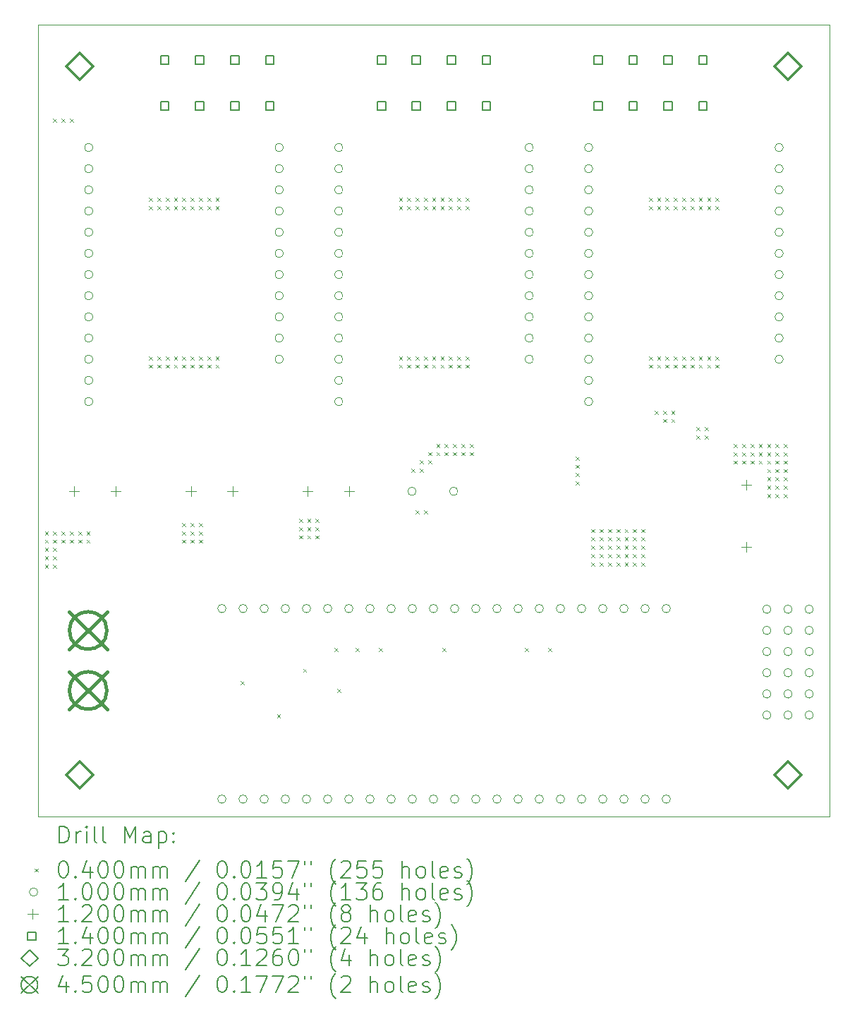
<source format=gbr>
%TF.GenerationSoftware,KiCad,Pcbnew,7.0.8*%
%TF.CreationDate,2024-01-29T21:33:27+01:00*%
%TF.ProjectId,cube-motherboard,63756265-2d6d-46f7-9468-6572626f6172,rev?*%
%TF.SameCoordinates,Original*%
%TF.FileFunction,Drillmap*%
%TF.FilePolarity,Positive*%
%FSLAX45Y45*%
G04 Gerber Fmt 4.5, Leading zero omitted, Abs format (unit mm)*
G04 Created by KiCad (PCBNEW 7.0.8) date 2024-01-29 21:33:27*
%MOMM*%
%LPD*%
G01*
G04 APERTURE LIST*
%ADD10C,0.100000*%
%ADD11C,0.200000*%
%ADD12C,0.040000*%
%ADD13C,0.120000*%
%ADD14C,0.140000*%
%ADD15C,0.320000*%
%ADD16C,0.450000*%
G04 APERTURE END LIST*
D10*
X2000000Y-2000000D02*
X11500000Y-2000000D01*
X11500000Y-11500000D01*
X2000000Y-11500000D01*
X2000000Y-2000000D01*
D11*
D12*
X2080000Y-8080000D02*
X2120000Y-8120000D01*
X2120000Y-8080000D02*
X2080000Y-8120000D01*
X2080000Y-8180000D02*
X2120000Y-8220000D01*
X2120000Y-8180000D02*
X2080000Y-8220000D01*
X2080000Y-8280000D02*
X2120000Y-8320000D01*
X2120000Y-8280000D02*
X2080000Y-8320000D01*
X2080000Y-8380000D02*
X2120000Y-8420000D01*
X2120000Y-8380000D02*
X2080000Y-8420000D01*
X2080000Y-8480000D02*
X2120000Y-8520000D01*
X2120000Y-8480000D02*
X2080000Y-8520000D01*
X2180000Y-3130000D02*
X2220000Y-3170000D01*
X2220000Y-3130000D02*
X2180000Y-3170000D01*
X2180000Y-8080000D02*
X2220000Y-8120000D01*
X2220000Y-8080000D02*
X2180000Y-8120000D01*
X2180000Y-8180000D02*
X2220000Y-8220000D01*
X2220000Y-8180000D02*
X2180000Y-8220000D01*
X2180000Y-8280000D02*
X2220000Y-8320000D01*
X2220000Y-8280000D02*
X2180000Y-8320000D01*
X2180000Y-8380000D02*
X2220000Y-8420000D01*
X2220000Y-8380000D02*
X2180000Y-8420000D01*
X2180000Y-8480000D02*
X2220000Y-8520000D01*
X2220000Y-8480000D02*
X2180000Y-8520000D01*
X2280000Y-3130000D02*
X2320000Y-3170000D01*
X2320000Y-3130000D02*
X2280000Y-3170000D01*
X2280000Y-8080000D02*
X2320000Y-8120000D01*
X2320000Y-8080000D02*
X2280000Y-8120000D01*
X2280000Y-8180000D02*
X2320000Y-8220000D01*
X2320000Y-8180000D02*
X2280000Y-8220000D01*
X2380000Y-3130000D02*
X2420000Y-3170000D01*
X2420000Y-3130000D02*
X2380000Y-3170000D01*
X2380000Y-8080000D02*
X2420000Y-8120000D01*
X2420000Y-8080000D02*
X2380000Y-8120000D01*
X2380000Y-8180000D02*
X2420000Y-8220000D01*
X2420000Y-8180000D02*
X2380000Y-8220000D01*
X2480000Y-8080000D02*
X2520000Y-8120000D01*
X2520000Y-8080000D02*
X2480000Y-8120000D01*
X2480000Y-8180000D02*
X2520000Y-8220000D01*
X2520000Y-8180000D02*
X2480000Y-8220000D01*
X2580000Y-8080000D02*
X2620000Y-8120000D01*
X2620000Y-8080000D02*
X2580000Y-8120000D01*
X2580000Y-8180000D02*
X2620000Y-8220000D01*
X2620000Y-8180000D02*
X2580000Y-8220000D01*
X3330000Y-4080000D02*
X3370000Y-4120000D01*
X3370000Y-4080000D02*
X3330000Y-4120000D01*
X3330000Y-4180000D02*
X3370000Y-4220000D01*
X3370000Y-4180000D02*
X3330000Y-4220000D01*
X3330000Y-5980000D02*
X3370000Y-6020000D01*
X3370000Y-5980000D02*
X3330000Y-6020000D01*
X3330000Y-6080000D02*
X3370000Y-6120000D01*
X3370000Y-6080000D02*
X3330000Y-6120000D01*
X3430000Y-4080000D02*
X3470000Y-4120000D01*
X3470000Y-4080000D02*
X3430000Y-4120000D01*
X3430000Y-4180000D02*
X3470000Y-4220000D01*
X3470000Y-4180000D02*
X3430000Y-4220000D01*
X3430000Y-5980000D02*
X3470000Y-6020000D01*
X3470000Y-5980000D02*
X3430000Y-6020000D01*
X3430000Y-6080000D02*
X3470000Y-6120000D01*
X3470000Y-6080000D02*
X3430000Y-6120000D01*
X3530000Y-4080000D02*
X3570000Y-4120000D01*
X3570000Y-4080000D02*
X3530000Y-4120000D01*
X3530000Y-4180000D02*
X3570000Y-4220000D01*
X3570000Y-4180000D02*
X3530000Y-4220000D01*
X3530000Y-5980000D02*
X3570000Y-6020000D01*
X3570000Y-5980000D02*
X3530000Y-6020000D01*
X3530000Y-6080000D02*
X3570000Y-6120000D01*
X3570000Y-6080000D02*
X3530000Y-6120000D01*
X3630000Y-4080000D02*
X3670000Y-4120000D01*
X3670000Y-4080000D02*
X3630000Y-4120000D01*
X3630000Y-4180000D02*
X3670000Y-4220000D01*
X3670000Y-4180000D02*
X3630000Y-4220000D01*
X3630000Y-5980000D02*
X3670000Y-6020000D01*
X3670000Y-5980000D02*
X3630000Y-6020000D01*
X3630000Y-6080000D02*
X3670000Y-6120000D01*
X3670000Y-6080000D02*
X3630000Y-6120000D01*
X3730000Y-4080000D02*
X3770000Y-4120000D01*
X3770000Y-4080000D02*
X3730000Y-4120000D01*
X3730000Y-4180000D02*
X3770000Y-4220000D01*
X3770000Y-4180000D02*
X3730000Y-4220000D01*
X3730000Y-5980000D02*
X3770000Y-6020000D01*
X3770000Y-5980000D02*
X3730000Y-6020000D01*
X3730000Y-6080000D02*
X3770000Y-6120000D01*
X3770000Y-6080000D02*
X3730000Y-6120000D01*
X3730000Y-7980000D02*
X3770000Y-8020000D01*
X3770000Y-7980000D02*
X3730000Y-8020000D01*
X3730000Y-8080000D02*
X3770000Y-8120000D01*
X3770000Y-8080000D02*
X3730000Y-8120000D01*
X3730000Y-8180000D02*
X3770000Y-8220000D01*
X3770000Y-8180000D02*
X3730000Y-8220000D01*
X3830000Y-4080000D02*
X3870000Y-4120000D01*
X3870000Y-4080000D02*
X3830000Y-4120000D01*
X3830000Y-4180000D02*
X3870000Y-4220000D01*
X3870000Y-4180000D02*
X3830000Y-4220000D01*
X3830000Y-5980000D02*
X3870000Y-6020000D01*
X3870000Y-5980000D02*
X3830000Y-6020000D01*
X3830000Y-6080000D02*
X3870000Y-6120000D01*
X3870000Y-6080000D02*
X3830000Y-6120000D01*
X3830000Y-7980000D02*
X3870000Y-8020000D01*
X3870000Y-7980000D02*
X3830000Y-8020000D01*
X3830000Y-8080000D02*
X3870000Y-8120000D01*
X3870000Y-8080000D02*
X3830000Y-8120000D01*
X3830000Y-8180000D02*
X3870000Y-8220000D01*
X3870000Y-8180000D02*
X3830000Y-8220000D01*
X3930000Y-4080000D02*
X3970000Y-4120000D01*
X3970000Y-4080000D02*
X3930000Y-4120000D01*
X3930000Y-4180000D02*
X3970000Y-4220000D01*
X3970000Y-4180000D02*
X3930000Y-4220000D01*
X3930000Y-5980000D02*
X3970000Y-6020000D01*
X3970000Y-5980000D02*
X3930000Y-6020000D01*
X3930000Y-6080000D02*
X3970000Y-6120000D01*
X3970000Y-6080000D02*
X3930000Y-6120000D01*
X3930000Y-7980000D02*
X3970000Y-8020000D01*
X3970000Y-7980000D02*
X3930000Y-8020000D01*
X3930000Y-8080000D02*
X3970000Y-8120000D01*
X3970000Y-8080000D02*
X3930000Y-8120000D01*
X3930000Y-8180000D02*
X3970000Y-8220000D01*
X3970000Y-8180000D02*
X3930000Y-8220000D01*
X4030000Y-4080000D02*
X4070000Y-4120000D01*
X4070000Y-4080000D02*
X4030000Y-4120000D01*
X4030000Y-4180000D02*
X4070000Y-4220000D01*
X4070000Y-4180000D02*
X4030000Y-4220000D01*
X4030000Y-5980000D02*
X4070000Y-6020000D01*
X4070000Y-5980000D02*
X4030000Y-6020000D01*
X4030000Y-6080000D02*
X4070000Y-6120000D01*
X4070000Y-6080000D02*
X4030000Y-6120000D01*
X4130000Y-4080000D02*
X4170000Y-4120000D01*
X4170000Y-4080000D02*
X4130000Y-4120000D01*
X4130000Y-4180000D02*
X4170000Y-4220000D01*
X4170000Y-4180000D02*
X4130000Y-4220000D01*
X4130000Y-5980000D02*
X4170000Y-6020000D01*
X4170000Y-5980000D02*
X4130000Y-6020000D01*
X4130000Y-6080000D02*
X4170000Y-6120000D01*
X4170000Y-6080000D02*
X4130000Y-6120000D01*
X4430000Y-9880000D02*
X4470000Y-9920000D01*
X4470000Y-9880000D02*
X4430000Y-9920000D01*
X4866527Y-10275923D02*
X4906527Y-10315923D01*
X4906527Y-10275923D02*
X4866527Y-10315923D01*
X5130000Y-7930000D02*
X5170000Y-7970000D01*
X5170000Y-7930000D02*
X5130000Y-7970000D01*
X5130000Y-8030000D02*
X5170000Y-8070000D01*
X5170000Y-8030000D02*
X5130000Y-8070000D01*
X5130000Y-8130000D02*
X5170000Y-8170000D01*
X5170000Y-8130000D02*
X5130000Y-8170000D01*
X5180000Y-9730000D02*
X5220000Y-9770000D01*
X5220000Y-9730000D02*
X5180000Y-9770000D01*
X5230000Y-7930000D02*
X5270000Y-7970000D01*
X5270000Y-7930000D02*
X5230000Y-7970000D01*
X5230000Y-8030000D02*
X5270000Y-8070000D01*
X5270000Y-8030000D02*
X5230000Y-8070000D01*
X5230000Y-8130000D02*
X5270000Y-8170000D01*
X5270000Y-8130000D02*
X5230000Y-8170000D01*
X5330000Y-7930000D02*
X5370000Y-7970000D01*
X5370000Y-7930000D02*
X5330000Y-7970000D01*
X5330000Y-8030000D02*
X5370000Y-8070000D01*
X5370000Y-8030000D02*
X5330000Y-8070000D01*
X5330000Y-8130000D02*
X5370000Y-8170000D01*
X5370000Y-8130000D02*
X5330000Y-8170000D01*
X5556758Y-9480000D02*
X5596758Y-9520000D01*
X5596758Y-9480000D02*
X5556758Y-9520000D01*
X5590000Y-9969718D02*
X5630000Y-10009718D01*
X5630000Y-9969718D02*
X5590000Y-10009718D01*
X5810758Y-9480000D02*
X5850758Y-9520000D01*
X5850758Y-9480000D02*
X5810758Y-9520000D01*
X6090208Y-9480000D02*
X6130208Y-9520000D01*
X6130208Y-9480000D02*
X6090208Y-9520000D01*
X6330000Y-4080000D02*
X6370000Y-4120000D01*
X6370000Y-4080000D02*
X6330000Y-4120000D01*
X6330000Y-4180000D02*
X6370000Y-4220000D01*
X6370000Y-4180000D02*
X6330000Y-4220000D01*
X6330000Y-5980000D02*
X6370000Y-6020000D01*
X6370000Y-5980000D02*
X6330000Y-6020000D01*
X6330000Y-6080000D02*
X6370000Y-6120000D01*
X6370000Y-6080000D02*
X6330000Y-6120000D01*
X6430000Y-4080000D02*
X6470000Y-4120000D01*
X6470000Y-4080000D02*
X6430000Y-4120000D01*
X6430000Y-4180000D02*
X6470000Y-4220000D01*
X6470000Y-4180000D02*
X6430000Y-4220000D01*
X6430000Y-5980000D02*
X6470000Y-6020000D01*
X6470000Y-5980000D02*
X6430000Y-6020000D01*
X6430000Y-6080000D02*
X6470000Y-6120000D01*
X6470000Y-6080000D02*
X6430000Y-6120000D01*
X6480000Y-7330000D02*
X6520000Y-7370000D01*
X6520000Y-7330000D02*
X6480000Y-7370000D01*
X6530000Y-4080000D02*
X6570000Y-4120000D01*
X6570000Y-4080000D02*
X6530000Y-4120000D01*
X6530000Y-4180000D02*
X6570000Y-4220000D01*
X6570000Y-4180000D02*
X6530000Y-4220000D01*
X6530000Y-5980000D02*
X6570000Y-6020000D01*
X6570000Y-5980000D02*
X6530000Y-6020000D01*
X6530000Y-6080000D02*
X6570000Y-6120000D01*
X6570000Y-6080000D02*
X6530000Y-6120000D01*
X6530000Y-7830000D02*
X6570000Y-7870000D01*
X6570000Y-7830000D02*
X6530000Y-7870000D01*
X6580000Y-7230000D02*
X6620000Y-7270000D01*
X6620000Y-7230000D02*
X6580000Y-7270000D01*
X6580000Y-7330000D02*
X6620000Y-7370000D01*
X6620000Y-7330000D02*
X6580000Y-7370000D01*
X6630000Y-4080000D02*
X6670000Y-4120000D01*
X6670000Y-4080000D02*
X6630000Y-4120000D01*
X6630000Y-4180000D02*
X6670000Y-4220000D01*
X6670000Y-4180000D02*
X6630000Y-4220000D01*
X6630000Y-5980000D02*
X6670000Y-6020000D01*
X6670000Y-5980000D02*
X6630000Y-6020000D01*
X6630000Y-6080000D02*
X6670000Y-6120000D01*
X6670000Y-6080000D02*
X6630000Y-6120000D01*
X6630000Y-7830000D02*
X6670000Y-7870000D01*
X6670000Y-7830000D02*
X6630000Y-7870000D01*
X6680000Y-7130000D02*
X6720000Y-7170000D01*
X6720000Y-7130000D02*
X6680000Y-7170000D01*
X6680000Y-7230000D02*
X6720000Y-7270000D01*
X6720000Y-7230000D02*
X6680000Y-7270000D01*
X6730000Y-4080000D02*
X6770000Y-4120000D01*
X6770000Y-4080000D02*
X6730000Y-4120000D01*
X6730000Y-4180000D02*
X6770000Y-4220000D01*
X6770000Y-4180000D02*
X6730000Y-4220000D01*
X6730000Y-5980000D02*
X6770000Y-6020000D01*
X6770000Y-5980000D02*
X6730000Y-6020000D01*
X6730000Y-6080000D02*
X6770000Y-6120000D01*
X6770000Y-6080000D02*
X6730000Y-6120000D01*
X6780000Y-7030000D02*
X6820000Y-7070000D01*
X6820000Y-7030000D02*
X6780000Y-7070000D01*
X6780000Y-7130000D02*
X6820000Y-7170000D01*
X6820000Y-7130000D02*
X6780000Y-7170000D01*
X6830000Y-4080000D02*
X6870000Y-4120000D01*
X6870000Y-4080000D02*
X6830000Y-4120000D01*
X6830000Y-4180000D02*
X6870000Y-4220000D01*
X6870000Y-4180000D02*
X6830000Y-4220000D01*
X6830000Y-5980000D02*
X6870000Y-6020000D01*
X6870000Y-5980000D02*
X6830000Y-6020000D01*
X6830000Y-6080000D02*
X6870000Y-6120000D01*
X6870000Y-6080000D02*
X6830000Y-6120000D01*
X6852208Y-9480000D02*
X6892208Y-9520000D01*
X6892208Y-9480000D02*
X6852208Y-9520000D01*
X6880000Y-7030000D02*
X6920000Y-7070000D01*
X6920000Y-7030000D02*
X6880000Y-7070000D01*
X6880000Y-7130000D02*
X6920000Y-7170000D01*
X6920000Y-7130000D02*
X6880000Y-7170000D01*
X6930000Y-4080000D02*
X6970000Y-4120000D01*
X6970000Y-4080000D02*
X6930000Y-4120000D01*
X6930000Y-4180000D02*
X6970000Y-4220000D01*
X6970000Y-4180000D02*
X6930000Y-4220000D01*
X6930000Y-5980000D02*
X6970000Y-6020000D01*
X6970000Y-5980000D02*
X6930000Y-6020000D01*
X6930000Y-6080000D02*
X6970000Y-6120000D01*
X6970000Y-6080000D02*
X6930000Y-6120000D01*
X6980000Y-7030000D02*
X7020000Y-7070000D01*
X7020000Y-7030000D02*
X6980000Y-7070000D01*
X6980000Y-7130000D02*
X7020000Y-7170000D01*
X7020000Y-7130000D02*
X6980000Y-7170000D01*
X7030000Y-4080000D02*
X7070000Y-4120000D01*
X7070000Y-4080000D02*
X7030000Y-4120000D01*
X7030000Y-4180000D02*
X7070000Y-4220000D01*
X7070000Y-4180000D02*
X7030000Y-4220000D01*
X7030000Y-5980000D02*
X7070000Y-6020000D01*
X7070000Y-5980000D02*
X7030000Y-6020000D01*
X7030000Y-6080000D02*
X7070000Y-6120000D01*
X7070000Y-6080000D02*
X7030000Y-6120000D01*
X7080000Y-7030000D02*
X7120000Y-7070000D01*
X7120000Y-7030000D02*
X7080000Y-7070000D01*
X7080000Y-7130000D02*
X7120000Y-7170000D01*
X7120000Y-7130000D02*
X7080000Y-7170000D01*
X7130000Y-4080000D02*
X7170000Y-4120000D01*
X7170000Y-4080000D02*
X7130000Y-4120000D01*
X7130000Y-4180000D02*
X7170000Y-4220000D01*
X7170000Y-4180000D02*
X7130000Y-4220000D01*
X7130000Y-5980000D02*
X7170000Y-6020000D01*
X7170000Y-5980000D02*
X7130000Y-6020000D01*
X7130000Y-6080000D02*
X7170000Y-6120000D01*
X7170000Y-6080000D02*
X7130000Y-6120000D01*
X7180000Y-7030000D02*
X7220000Y-7070000D01*
X7220000Y-7030000D02*
X7180000Y-7070000D01*
X7180000Y-7130000D02*
X7220000Y-7170000D01*
X7220000Y-7130000D02*
X7180000Y-7170000D01*
X7842758Y-9480000D02*
X7882758Y-9520000D01*
X7882758Y-9480000D02*
X7842758Y-9520000D01*
X8122208Y-9480000D02*
X8162208Y-9520000D01*
X8162208Y-9480000D02*
X8122208Y-9520000D01*
X8450000Y-7182500D02*
X8490000Y-7222500D01*
X8490000Y-7182500D02*
X8450000Y-7222500D01*
X8450000Y-7282500D02*
X8490000Y-7322500D01*
X8490000Y-7282500D02*
X8450000Y-7322500D01*
X8450000Y-7382500D02*
X8490000Y-7422500D01*
X8490000Y-7382500D02*
X8450000Y-7422500D01*
X8450000Y-7482500D02*
X8490000Y-7522500D01*
X8490000Y-7482500D02*
X8450000Y-7522500D01*
X8640000Y-8052500D02*
X8680000Y-8092500D01*
X8680000Y-8052500D02*
X8640000Y-8092500D01*
X8640000Y-8152500D02*
X8680000Y-8192500D01*
X8680000Y-8152500D02*
X8640000Y-8192500D01*
X8640000Y-8252500D02*
X8680000Y-8292500D01*
X8680000Y-8252500D02*
X8640000Y-8292500D01*
X8640000Y-8352500D02*
X8680000Y-8392500D01*
X8680000Y-8352500D02*
X8640000Y-8392500D01*
X8640000Y-8452500D02*
X8680000Y-8492500D01*
X8680000Y-8452500D02*
X8640000Y-8492500D01*
X8740000Y-8052500D02*
X8780000Y-8092500D01*
X8780000Y-8052500D02*
X8740000Y-8092500D01*
X8740000Y-8152500D02*
X8780000Y-8192500D01*
X8780000Y-8152500D02*
X8740000Y-8192500D01*
X8740000Y-8252500D02*
X8780000Y-8292500D01*
X8780000Y-8252500D02*
X8740000Y-8292500D01*
X8740000Y-8352500D02*
X8780000Y-8392500D01*
X8780000Y-8352500D02*
X8740000Y-8392500D01*
X8740000Y-8452500D02*
X8780000Y-8492500D01*
X8780000Y-8452500D02*
X8740000Y-8492500D01*
X8840000Y-8052500D02*
X8880000Y-8092500D01*
X8880000Y-8052500D02*
X8840000Y-8092500D01*
X8840000Y-8152500D02*
X8880000Y-8192500D01*
X8880000Y-8152500D02*
X8840000Y-8192500D01*
X8840000Y-8252500D02*
X8880000Y-8292500D01*
X8880000Y-8252500D02*
X8840000Y-8292500D01*
X8840000Y-8352500D02*
X8880000Y-8392500D01*
X8880000Y-8352500D02*
X8840000Y-8392500D01*
X8840000Y-8452500D02*
X8880000Y-8492500D01*
X8880000Y-8452500D02*
X8840000Y-8492500D01*
X8940000Y-8052500D02*
X8980000Y-8092500D01*
X8980000Y-8052500D02*
X8940000Y-8092500D01*
X8940000Y-8152500D02*
X8980000Y-8192500D01*
X8980000Y-8152500D02*
X8940000Y-8192500D01*
X8940000Y-8252500D02*
X8980000Y-8292500D01*
X8980000Y-8252500D02*
X8940000Y-8292500D01*
X8940000Y-8352500D02*
X8980000Y-8392500D01*
X8980000Y-8352500D02*
X8940000Y-8392500D01*
X8940000Y-8452500D02*
X8980000Y-8492500D01*
X8980000Y-8452500D02*
X8940000Y-8492500D01*
X9040000Y-8052500D02*
X9080000Y-8092500D01*
X9080000Y-8052500D02*
X9040000Y-8092500D01*
X9040000Y-8152500D02*
X9080000Y-8192500D01*
X9080000Y-8152500D02*
X9040000Y-8192500D01*
X9040000Y-8252500D02*
X9080000Y-8292500D01*
X9080000Y-8252500D02*
X9040000Y-8292500D01*
X9040000Y-8352500D02*
X9080000Y-8392500D01*
X9080000Y-8352500D02*
X9040000Y-8392500D01*
X9040000Y-8452500D02*
X9080000Y-8492500D01*
X9080000Y-8452500D02*
X9040000Y-8492500D01*
X9140000Y-8052500D02*
X9180000Y-8092500D01*
X9180000Y-8052500D02*
X9140000Y-8092500D01*
X9140000Y-8152500D02*
X9180000Y-8192500D01*
X9180000Y-8152500D02*
X9140000Y-8192500D01*
X9140000Y-8252500D02*
X9180000Y-8292500D01*
X9180000Y-8252500D02*
X9140000Y-8292500D01*
X9140000Y-8352500D02*
X9180000Y-8392500D01*
X9180000Y-8352500D02*
X9140000Y-8392500D01*
X9140000Y-8452500D02*
X9180000Y-8492500D01*
X9180000Y-8452500D02*
X9140000Y-8492500D01*
X9240000Y-8052500D02*
X9280000Y-8092500D01*
X9280000Y-8052500D02*
X9240000Y-8092500D01*
X9240000Y-8152500D02*
X9280000Y-8192500D01*
X9280000Y-8152500D02*
X9240000Y-8192500D01*
X9240000Y-8252500D02*
X9280000Y-8292500D01*
X9280000Y-8252500D02*
X9240000Y-8292500D01*
X9240000Y-8352500D02*
X9280000Y-8392500D01*
X9280000Y-8352500D02*
X9240000Y-8392500D01*
X9240000Y-8452500D02*
X9280000Y-8492500D01*
X9280000Y-8452500D02*
X9240000Y-8492500D01*
X9330000Y-4080000D02*
X9370000Y-4120000D01*
X9370000Y-4080000D02*
X9330000Y-4120000D01*
X9330000Y-4180000D02*
X9370000Y-4220000D01*
X9370000Y-4180000D02*
X9330000Y-4220000D01*
X9330000Y-5980000D02*
X9370000Y-6020000D01*
X9370000Y-5980000D02*
X9330000Y-6020000D01*
X9330000Y-6080000D02*
X9370000Y-6120000D01*
X9370000Y-6080000D02*
X9330000Y-6120000D01*
X9400000Y-6632500D02*
X9440000Y-6672500D01*
X9440000Y-6632500D02*
X9400000Y-6672500D01*
X9430000Y-4080000D02*
X9470000Y-4120000D01*
X9470000Y-4080000D02*
X9430000Y-4120000D01*
X9430000Y-4180000D02*
X9470000Y-4220000D01*
X9470000Y-4180000D02*
X9430000Y-4220000D01*
X9430000Y-5980000D02*
X9470000Y-6020000D01*
X9470000Y-5980000D02*
X9430000Y-6020000D01*
X9430000Y-6080000D02*
X9470000Y-6120000D01*
X9470000Y-6080000D02*
X9430000Y-6120000D01*
X9500000Y-6632500D02*
X9540000Y-6672500D01*
X9540000Y-6632500D02*
X9500000Y-6672500D01*
X9500000Y-6732500D02*
X9540000Y-6772500D01*
X9540000Y-6732500D02*
X9500000Y-6772500D01*
X9530000Y-4080000D02*
X9570000Y-4120000D01*
X9570000Y-4080000D02*
X9530000Y-4120000D01*
X9530000Y-4180000D02*
X9570000Y-4220000D01*
X9570000Y-4180000D02*
X9530000Y-4220000D01*
X9530000Y-5980000D02*
X9570000Y-6020000D01*
X9570000Y-5980000D02*
X9530000Y-6020000D01*
X9530000Y-6080000D02*
X9570000Y-6120000D01*
X9570000Y-6080000D02*
X9530000Y-6120000D01*
X9600000Y-6632500D02*
X9640000Y-6672500D01*
X9640000Y-6632500D02*
X9600000Y-6672500D01*
X9600000Y-6732500D02*
X9640000Y-6772500D01*
X9640000Y-6732500D02*
X9600000Y-6772500D01*
X9630000Y-4080000D02*
X9670000Y-4120000D01*
X9670000Y-4080000D02*
X9630000Y-4120000D01*
X9630000Y-4180000D02*
X9670000Y-4220000D01*
X9670000Y-4180000D02*
X9630000Y-4220000D01*
X9630000Y-5980000D02*
X9670000Y-6020000D01*
X9670000Y-5980000D02*
X9630000Y-6020000D01*
X9630000Y-6080000D02*
X9670000Y-6120000D01*
X9670000Y-6080000D02*
X9630000Y-6120000D01*
X9730000Y-4080000D02*
X9770000Y-4120000D01*
X9770000Y-4080000D02*
X9730000Y-4120000D01*
X9730000Y-4180000D02*
X9770000Y-4220000D01*
X9770000Y-4180000D02*
X9730000Y-4220000D01*
X9730000Y-5980000D02*
X9770000Y-6020000D01*
X9770000Y-5980000D02*
X9730000Y-6020000D01*
X9730000Y-6080000D02*
X9770000Y-6120000D01*
X9770000Y-6080000D02*
X9730000Y-6120000D01*
X9830000Y-4080000D02*
X9870000Y-4120000D01*
X9870000Y-4080000D02*
X9830000Y-4120000D01*
X9830000Y-4180000D02*
X9870000Y-4220000D01*
X9870000Y-4180000D02*
X9830000Y-4220000D01*
X9830000Y-5980000D02*
X9870000Y-6020000D01*
X9870000Y-5980000D02*
X9830000Y-6020000D01*
X9830000Y-6080000D02*
X9870000Y-6120000D01*
X9870000Y-6080000D02*
X9830000Y-6120000D01*
X9900000Y-6832500D02*
X9940000Y-6872500D01*
X9940000Y-6832500D02*
X9900000Y-6872500D01*
X9900000Y-6932500D02*
X9940000Y-6972500D01*
X9940000Y-6932500D02*
X9900000Y-6972500D01*
X9930000Y-4080000D02*
X9970000Y-4120000D01*
X9970000Y-4080000D02*
X9930000Y-4120000D01*
X9930000Y-4180000D02*
X9970000Y-4220000D01*
X9970000Y-4180000D02*
X9930000Y-4220000D01*
X9930000Y-5980000D02*
X9970000Y-6020000D01*
X9970000Y-5980000D02*
X9930000Y-6020000D01*
X9930000Y-6080000D02*
X9970000Y-6120000D01*
X9970000Y-6080000D02*
X9930000Y-6120000D01*
X10000000Y-6832500D02*
X10040000Y-6872500D01*
X10040000Y-6832500D02*
X10000000Y-6872500D01*
X10000000Y-6932500D02*
X10040000Y-6972500D01*
X10040000Y-6932500D02*
X10000000Y-6972500D01*
X10030000Y-4080000D02*
X10070000Y-4120000D01*
X10070000Y-4080000D02*
X10030000Y-4120000D01*
X10030000Y-4180000D02*
X10070000Y-4220000D01*
X10070000Y-4180000D02*
X10030000Y-4220000D01*
X10030000Y-5980000D02*
X10070000Y-6020000D01*
X10070000Y-5980000D02*
X10030000Y-6020000D01*
X10030000Y-6080000D02*
X10070000Y-6120000D01*
X10070000Y-6080000D02*
X10030000Y-6120000D01*
X10130000Y-4080000D02*
X10170000Y-4120000D01*
X10170000Y-4080000D02*
X10130000Y-4120000D01*
X10130000Y-4180000D02*
X10170000Y-4220000D01*
X10170000Y-4180000D02*
X10130000Y-4220000D01*
X10130000Y-5980000D02*
X10170000Y-6020000D01*
X10170000Y-5980000D02*
X10130000Y-6020000D01*
X10130000Y-6080000D02*
X10170000Y-6120000D01*
X10170000Y-6080000D02*
X10130000Y-6120000D01*
X10350000Y-7032500D02*
X10390000Y-7072500D01*
X10390000Y-7032500D02*
X10350000Y-7072500D01*
X10350000Y-7132500D02*
X10390000Y-7172500D01*
X10390000Y-7132500D02*
X10350000Y-7172500D01*
X10350000Y-7232500D02*
X10390000Y-7272500D01*
X10390000Y-7232500D02*
X10350000Y-7272500D01*
X10450000Y-7032500D02*
X10490000Y-7072500D01*
X10490000Y-7032500D02*
X10450000Y-7072500D01*
X10450000Y-7132500D02*
X10490000Y-7172500D01*
X10490000Y-7132500D02*
X10450000Y-7172500D01*
X10450000Y-7232500D02*
X10490000Y-7272500D01*
X10490000Y-7232500D02*
X10450000Y-7272500D01*
X10550000Y-7032500D02*
X10590000Y-7072500D01*
X10590000Y-7032500D02*
X10550000Y-7072500D01*
X10550000Y-7132500D02*
X10590000Y-7172500D01*
X10590000Y-7132500D02*
X10550000Y-7172500D01*
X10550000Y-7232500D02*
X10590000Y-7272500D01*
X10590000Y-7232500D02*
X10550000Y-7272500D01*
X10650000Y-7032500D02*
X10690000Y-7072500D01*
X10690000Y-7032500D02*
X10650000Y-7072500D01*
X10650000Y-7132500D02*
X10690000Y-7172500D01*
X10690000Y-7132500D02*
X10650000Y-7172500D01*
X10650000Y-7232500D02*
X10690000Y-7272500D01*
X10690000Y-7232500D02*
X10650000Y-7272500D01*
X10750000Y-7032500D02*
X10790000Y-7072500D01*
X10790000Y-7032500D02*
X10750000Y-7072500D01*
X10750000Y-7132500D02*
X10790000Y-7172500D01*
X10790000Y-7132500D02*
X10750000Y-7172500D01*
X10750000Y-7232500D02*
X10790000Y-7272500D01*
X10790000Y-7232500D02*
X10750000Y-7272500D01*
X10750000Y-7332500D02*
X10790000Y-7372500D01*
X10790000Y-7332500D02*
X10750000Y-7372500D01*
X10750000Y-7432500D02*
X10790000Y-7472500D01*
X10790000Y-7432500D02*
X10750000Y-7472500D01*
X10750000Y-7532500D02*
X10790000Y-7572500D01*
X10790000Y-7532500D02*
X10750000Y-7572500D01*
X10750000Y-7632500D02*
X10790000Y-7672500D01*
X10790000Y-7632500D02*
X10750000Y-7672500D01*
X10850000Y-7032500D02*
X10890000Y-7072500D01*
X10890000Y-7032500D02*
X10850000Y-7072500D01*
X10850000Y-7132500D02*
X10890000Y-7172500D01*
X10890000Y-7132500D02*
X10850000Y-7172500D01*
X10850000Y-7232500D02*
X10890000Y-7272500D01*
X10890000Y-7232500D02*
X10850000Y-7272500D01*
X10850000Y-7332500D02*
X10890000Y-7372500D01*
X10890000Y-7332500D02*
X10850000Y-7372500D01*
X10850000Y-7432500D02*
X10890000Y-7472500D01*
X10890000Y-7432500D02*
X10850000Y-7472500D01*
X10850000Y-7532500D02*
X10890000Y-7572500D01*
X10890000Y-7532500D02*
X10850000Y-7572500D01*
X10850000Y-7632500D02*
X10890000Y-7672500D01*
X10890000Y-7632500D02*
X10850000Y-7672500D01*
X10950000Y-7032500D02*
X10990000Y-7072500D01*
X10990000Y-7032500D02*
X10950000Y-7072500D01*
X10950000Y-7132500D02*
X10990000Y-7172500D01*
X10990000Y-7132500D02*
X10950000Y-7172500D01*
X10950000Y-7232500D02*
X10990000Y-7272500D01*
X10990000Y-7232500D02*
X10950000Y-7272500D01*
X10950000Y-7332500D02*
X10990000Y-7372500D01*
X10990000Y-7332500D02*
X10950000Y-7372500D01*
X10950000Y-7432500D02*
X10990000Y-7472500D01*
X10990000Y-7432500D02*
X10950000Y-7472500D01*
X10950000Y-7532500D02*
X10990000Y-7572500D01*
X10990000Y-7532500D02*
X10950000Y-7572500D01*
X10950000Y-7632500D02*
X10990000Y-7672500D01*
X10990000Y-7632500D02*
X10950000Y-7672500D01*
D10*
X2657000Y-3476000D02*
G75*
G03*
X2657000Y-3476000I-50000J0D01*
G01*
X2657000Y-3730000D02*
G75*
G03*
X2657000Y-3730000I-50000J0D01*
G01*
X2657000Y-3984000D02*
G75*
G03*
X2657000Y-3984000I-50000J0D01*
G01*
X2657000Y-4238000D02*
G75*
G03*
X2657000Y-4238000I-50000J0D01*
G01*
X2657000Y-4492000D02*
G75*
G03*
X2657000Y-4492000I-50000J0D01*
G01*
X2657000Y-4746000D02*
G75*
G03*
X2657000Y-4746000I-50000J0D01*
G01*
X2657000Y-5000000D02*
G75*
G03*
X2657000Y-5000000I-50000J0D01*
G01*
X2657000Y-5254000D02*
G75*
G03*
X2657000Y-5254000I-50000J0D01*
G01*
X2657000Y-5508000D02*
G75*
G03*
X2657000Y-5508000I-50000J0D01*
G01*
X2657000Y-5762000D02*
G75*
G03*
X2657000Y-5762000I-50000J0D01*
G01*
X2657000Y-6016000D02*
G75*
G03*
X2657000Y-6016000I-50000J0D01*
G01*
X2657000Y-6270000D02*
G75*
G03*
X2657000Y-6270000I-50000J0D01*
G01*
X2657000Y-6524000D02*
G75*
G03*
X2657000Y-6524000I-50000J0D01*
G01*
X4255208Y-11293000D02*
G75*
G03*
X4255208Y-11293000I-50000J0D01*
G01*
X4255480Y-9006632D02*
G75*
G03*
X4255480Y-9006632I-50000J0D01*
G01*
X4509208Y-11293000D02*
G75*
G03*
X4509208Y-11293000I-50000J0D01*
G01*
X4509480Y-9006632D02*
G75*
G03*
X4509480Y-9006632I-50000J0D01*
G01*
X4763208Y-11293000D02*
G75*
G03*
X4763208Y-11293000I-50000J0D01*
G01*
X4763480Y-9006632D02*
G75*
G03*
X4763480Y-9006632I-50000J0D01*
G01*
X4943000Y-3476000D02*
G75*
G03*
X4943000Y-3476000I-50000J0D01*
G01*
X4943000Y-3730000D02*
G75*
G03*
X4943000Y-3730000I-50000J0D01*
G01*
X4943000Y-3984000D02*
G75*
G03*
X4943000Y-3984000I-50000J0D01*
G01*
X4943000Y-4238000D02*
G75*
G03*
X4943000Y-4238000I-50000J0D01*
G01*
X4943000Y-4492000D02*
G75*
G03*
X4943000Y-4492000I-50000J0D01*
G01*
X4943000Y-4746000D02*
G75*
G03*
X4943000Y-4746000I-50000J0D01*
G01*
X4943000Y-5000000D02*
G75*
G03*
X4943000Y-5000000I-50000J0D01*
G01*
X4943000Y-5254000D02*
G75*
G03*
X4943000Y-5254000I-50000J0D01*
G01*
X4943000Y-5508000D02*
G75*
G03*
X4943000Y-5508000I-50000J0D01*
G01*
X4943000Y-5762000D02*
G75*
G03*
X4943000Y-5762000I-50000J0D01*
G01*
X4943000Y-6016000D02*
G75*
G03*
X4943000Y-6016000I-50000J0D01*
G01*
X5017208Y-9007000D02*
G75*
G03*
X5017208Y-9007000I-50000J0D01*
G01*
X5017208Y-11293000D02*
G75*
G03*
X5017208Y-11293000I-50000J0D01*
G01*
X5271208Y-9007000D02*
G75*
G03*
X5271208Y-9007000I-50000J0D01*
G01*
X5271208Y-11293000D02*
G75*
G03*
X5271208Y-11293000I-50000J0D01*
G01*
X5525208Y-9007000D02*
G75*
G03*
X5525208Y-9007000I-50000J0D01*
G01*
X5525208Y-11293000D02*
G75*
G03*
X5525208Y-11293000I-50000J0D01*
G01*
X5657000Y-3476000D02*
G75*
G03*
X5657000Y-3476000I-50000J0D01*
G01*
X5657000Y-3730000D02*
G75*
G03*
X5657000Y-3730000I-50000J0D01*
G01*
X5657000Y-3984000D02*
G75*
G03*
X5657000Y-3984000I-50000J0D01*
G01*
X5657000Y-4238000D02*
G75*
G03*
X5657000Y-4238000I-50000J0D01*
G01*
X5657000Y-4492000D02*
G75*
G03*
X5657000Y-4492000I-50000J0D01*
G01*
X5657000Y-4746000D02*
G75*
G03*
X5657000Y-4746000I-50000J0D01*
G01*
X5657000Y-5000000D02*
G75*
G03*
X5657000Y-5000000I-50000J0D01*
G01*
X5657000Y-5254000D02*
G75*
G03*
X5657000Y-5254000I-50000J0D01*
G01*
X5657000Y-5508000D02*
G75*
G03*
X5657000Y-5508000I-50000J0D01*
G01*
X5657000Y-5762000D02*
G75*
G03*
X5657000Y-5762000I-50000J0D01*
G01*
X5657000Y-6016000D02*
G75*
G03*
X5657000Y-6016000I-50000J0D01*
G01*
X5657000Y-6270000D02*
G75*
G03*
X5657000Y-6270000I-50000J0D01*
G01*
X5657000Y-6524000D02*
G75*
G03*
X5657000Y-6524000I-50000J0D01*
G01*
X5779208Y-9007000D02*
G75*
G03*
X5779208Y-9007000I-50000J0D01*
G01*
X5779208Y-11293000D02*
G75*
G03*
X5779208Y-11293000I-50000J0D01*
G01*
X6033208Y-9007000D02*
G75*
G03*
X6033208Y-9007000I-50000J0D01*
G01*
X6033208Y-11293000D02*
G75*
G03*
X6033208Y-11293000I-50000J0D01*
G01*
X6287208Y-9007000D02*
G75*
G03*
X6287208Y-9007000I-50000J0D01*
G01*
X6287208Y-11293000D02*
G75*
G03*
X6287208Y-11293000I-50000J0D01*
G01*
X6536768Y-7600000D02*
G75*
G03*
X6536768Y-7600000I-50000J0D01*
G01*
X6541208Y-9007000D02*
G75*
G03*
X6541208Y-9007000I-50000J0D01*
G01*
X6541208Y-11293000D02*
G75*
G03*
X6541208Y-11293000I-50000J0D01*
G01*
X6795208Y-9007000D02*
G75*
G03*
X6795208Y-9007000I-50000J0D01*
G01*
X6795208Y-11293000D02*
G75*
G03*
X6795208Y-11293000I-50000J0D01*
G01*
X7036768Y-7600000D02*
G75*
G03*
X7036768Y-7600000I-50000J0D01*
G01*
X7049208Y-9007000D02*
G75*
G03*
X7049208Y-9007000I-50000J0D01*
G01*
X7049208Y-11293000D02*
G75*
G03*
X7049208Y-11293000I-50000J0D01*
G01*
X7303208Y-9007000D02*
G75*
G03*
X7303208Y-9007000I-50000J0D01*
G01*
X7303208Y-11293000D02*
G75*
G03*
X7303208Y-11293000I-50000J0D01*
G01*
X7557208Y-9007000D02*
G75*
G03*
X7557208Y-9007000I-50000J0D01*
G01*
X7557208Y-11293000D02*
G75*
G03*
X7557208Y-11293000I-50000J0D01*
G01*
X7811208Y-9007000D02*
G75*
G03*
X7811208Y-9007000I-50000J0D01*
G01*
X7811208Y-11293000D02*
G75*
G03*
X7811208Y-11293000I-50000J0D01*
G01*
X7943000Y-3476000D02*
G75*
G03*
X7943000Y-3476000I-50000J0D01*
G01*
X7943000Y-3730000D02*
G75*
G03*
X7943000Y-3730000I-50000J0D01*
G01*
X7943000Y-3984000D02*
G75*
G03*
X7943000Y-3984000I-50000J0D01*
G01*
X7943000Y-4238000D02*
G75*
G03*
X7943000Y-4238000I-50000J0D01*
G01*
X7943000Y-4492000D02*
G75*
G03*
X7943000Y-4492000I-50000J0D01*
G01*
X7943000Y-4746000D02*
G75*
G03*
X7943000Y-4746000I-50000J0D01*
G01*
X7943000Y-5000000D02*
G75*
G03*
X7943000Y-5000000I-50000J0D01*
G01*
X7943000Y-5254000D02*
G75*
G03*
X7943000Y-5254000I-50000J0D01*
G01*
X7943000Y-5508000D02*
G75*
G03*
X7943000Y-5508000I-50000J0D01*
G01*
X7943000Y-5762000D02*
G75*
G03*
X7943000Y-5762000I-50000J0D01*
G01*
X7943000Y-6016000D02*
G75*
G03*
X7943000Y-6016000I-50000J0D01*
G01*
X8065208Y-9007000D02*
G75*
G03*
X8065208Y-9007000I-50000J0D01*
G01*
X8065208Y-11293000D02*
G75*
G03*
X8065208Y-11293000I-50000J0D01*
G01*
X8319208Y-9007000D02*
G75*
G03*
X8319208Y-9007000I-50000J0D01*
G01*
X8319208Y-11293000D02*
G75*
G03*
X8319208Y-11293000I-50000J0D01*
G01*
X8573208Y-9007000D02*
G75*
G03*
X8573208Y-9007000I-50000J0D01*
G01*
X8573208Y-11293000D02*
G75*
G03*
X8573208Y-11293000I-50000J0D01*
G01*
X8657000Y-3476000D02*
G75*
G03*
X8657000Y-3476000I-50000J0D01*
G01*
X8657000Y-3730000D02*
G75*
G03*
X8657000Y-3730000I-50000J0D01*
G01*
X8657000Y-3984000D02*
G75*
G03*
X8657000Y-3984000I-50000J0D01*
G01*
X8657000Y-4238000D02*
G75*
G03*
X8657000Y-4238000I-50000J0D01*
G01*
X8657000Y-4492000D02*
G75*
G03*
X8657000Y-4492000I-50000J0D01*
G01*
X8657000Y-4746000D02*
G75*
G03*
X8657000Y-4746000I-50000J0D01*
G01*
X8657000Y-5000000D02*
G75*
G03*
X8657000Y-5000000I-50000J0D01*
G01*
X8657000Y-5254000D02*
G75*
G03*
X8657000Y-5254000I-50000J0D01*
G01*
X8657000Y-5508000D02*
G75*
G03*
X8657000Y-5508000I-50000J0D01*
G01*
X8657000Y-5762000D02*
G75*
G03*
X8657000Y-5762000I-50000J0D01*
G01*
X8657000Y-6016000D02*
G75*
G03*
X8657000Y-6016000I-50000J0D01*
G01*
X8657000Y-6270000D02*
G75*
G03*
X8657000Y-6270000I-50000J0D01*
G01*
X8657000Y-6524000D02*
G75*
G03*
X8657000Y-6524000I-50000J0D01*
G01*
X8827208Y-9007000D02*
G75*
G03*
X8827208Y-9007000I-50000J0D01*
G01*
X8827208Y-11293000D02*
G75*
G03*
X8827208Y-11293000I-50000J0D01*
G01*
X9081208Y-9007000D02*
G75*
G03*
X9081208Y-9007000I-50000J0D01*
G01*
X9081208Y-11293000D02*
G75*
G03*
X9081208Y-11293000I-50000J0D01*
G01*
X9335208Y-9007000D02*
G75*
G03*
X9335208Y-9007000I-50000J0D01*
G01*
X9335208Y-11293000D02*
G75*
G03*
X9335208Y-11293000I-50000J0D01*
G01*
X9589208Y-9007000D02*
G75*
G03*
X9589208Y-9007000I-50000J0D01*
G01*
X9589208Y-11293000D02*
G75*
G03*
X9589208Y-11293000I-50000J0D01*
G01*
X10796000Y-9015000D02*
G75*
G03*
X10796000Y-9015000I-50000J0D01*
G01*
X10796000Y-9269000D02*
G75*
G03*
X10796000Y-9269000I-50000J0D01*
G01*
X10796000Y-9523000D02*
G75*
G03*
X10796000Y-9523000I-50000J0D01*
G01*
X10796000Y-9777000D02*
G75*
G03*
X10796000Y-9777000I-50000J0D01*
G01*
X10796000Y-10031000D02*
G75*
G03*
X10796000Y-10031000I-50000J0D01*
G01*
X10796000Y-10285000D02*
G75*
G03*
X10796000Y-10285000I-50000J0D01*
G01*
X10943000Y-3476000D02*
G75*
G03*
X10943000Y-3476000I-50000J0D01*
G01*
X10943000Y-3730000D02*
G75*
G03*
X10943000Y-3730000I-50000J0D01*
G01*
X10943000Y-3984000D02*
G75*
G03*
X10943000Y-3984000I-50000J0D01*
G01*
X10943000Y-4238000D02*
G75*
G03*
X10943000Y-4238000I-50000J0D01*
G01*
X10943000Y-4492000D02*
G75*
G03*
X10943000Y-4492000I-50000J0D01*
G01*
X10943000Y-4746000D02*
G75*
G03*
X10943000Y-4746000I-50000J0D01*
G01*
X10943000Y-5000000D02*
G75*
G03*
X10943000Y-5000000I-50000J0D01*
G01*
X10943000Y-5254000D02*
G75*
G03*
X10943000Y-5254000I-50000J0D01*
G01*
X10943000Y-5508000D02*
G75*
G03*
X10943000Y-5508000I-50000J0D01*
G01*
X10943000Y-5762000D02*
G75*
G03*
X10943000Y-5762000I-50000J0D01*
G01*
X10943000Y-6016000D02*
G75*
G03*
X10943000Y-6016000I-50000J0D01*
G01*
X11050000Y-9015000D02*
G75*
G03*
X11050000Y-9015000I-50000J0D01*
G01*
X11050000Y-9269000D02*
G75*
G03*
X11050000Y-9269000I-50000J0D01*
G01*
X11050000Y-9523000D02*
G75*
G03*
X11050000Y-9523000I-50000J0D01*
G01*
X11050000Y-9777000D02*
G75*
G03*
X11050000Y-9777000I-50000J0D01*
G01*
X11050000Y-10031000D02*
G75*
G03*
X11050000Y-10031000I-50000J0D01*
G01*
X11050000Y-10285000D02*
G75*
G03*
X11050000Y-10285000I-50000J0D01*
G01*
X11304000Y-9015000D02*
G75*
G03*
X11304000Y-9015000I-50000J0D01*
G01*
X11304000Y-9269000D02*
G75*
G03*
X11304000Y-9269000I-50000J0D01*
G01*
X11304000Y-9523000D02*
G75*
G03*
X11304000Y-9523000I-50000J0D01*
G01*
X11304000Y-9777000D02*
G75*
G03*
X11304000Y-9777000I-50000J0D01*
G01*
X11304000Y-10031000D02*
G75*
G03*
X11304000Y-10031000I-50000J0D01*
G01*
X11304000Y-10285000D02*
G75*
G03*
X11304000Y-10285000I-50000J0D01*
G01*
D13*
X2432396Y-7540000D02*
X2432396Y-7660000D01*
X2372396Y-7600000D02*
X2492396Y-7600000D01*
X2932396Y-7540000D02*
X2932396Y-7660000D01*
X2872396Y-7600000D02*
X2992396Y-7600000D01*
X3832396Y-7540000D02*
X3832396Y-7660000D01*
X3772396Y-7600000D02*
X3892396Y-7600000D01*
X4332396Y-7540000D02*
X4332396Y-7660000D01*
X4272396Y-7600000D02*
X4392396Y-7600000D01*
X5232396Y-7540000D02*
X5232396Y-7660000D01*
X5172396Y-7600000D02*
X5292396Y-7600000D01*
X5732396Y-7540000D02*
X5732396Y-7660000D01*
X5672396Y-7600000D02*
X5792396Y-7600000D01*
X10500000Y-7460278D02*
X10500000Y-7580278D01*
X10440000Y-7520278D02*
X10560000Y-7520278D01*
X10500000Y-8210278D02*
X10500000Y-8330278D01*
X10440000Y-8270278D02*
X10560000Y-8270278D01*
D14*
X3569498Y-2474498D02*
X3569498Y-2375502D01*
X3470502Y-2375502D01*
X3470502Y-2474498D01*
X3569498Y-2474498D01*
X3569498Y-3024498D02*
X3569498Y-2925502D01*
X3470502Y-2925502D01*
X3470502Y-3024498D01*
X3569498Y-3024498D01*
X3989498Y-2474498D02*
X3989498Y-2375502D01*
X3890502Y-2375502D01*
X3890502Y-2474498D01*
X3989498Y-2474498D01*
X3989498Y-3024498D02*
X3989498Y-2925502D01*
X3890502Y-2925502D01*
X3890502Y-3024498D01*
X3989498Y-3024498D01*
X4409498Y-2474498D02*
X4409498Y-2375502D01*
X4310502Y-2375502D01*
X4310502Y-2474498D01*
X4409498Y-2474498D01*
X4409498Y-3024498D02*
X4409498Y-2925502D01*
X4310502Y-2925502D01*
X4310502Y-3024498D01*
X4409498Y-3024498D01*
X4829498Y-2474498D02*
X4829498Y-2375502D01*
X4730502Y-2375502D01*
X4730502Y-2474498D01*
X4829498Y-2474498D01*
X4829498Y-3024498D02*
X4829498Y-2925502D01*
X4730502Y-2925502D01*
X4730502Y-3024498D01*
X4829498Y-3024498D01*
X6169498Y-2474498D02*
X6169498Y-2375502D01*
X6070502Y-2375502D01*
X6070502Y-2474498D01*
X6169498Y-2474498D01*
X6169498Y-3024498D02*
X6169498Y-2925502D01*
X6070502Y-2925502D01*
X6070502Y-3024498D01*
X6169498Y-3024498D01*
X6589498Y-2474498D02*
X6589498Y-2375502D01*
X6490502Y-2375502D01*
X6490502Y-2474498D01*
X6589498Y-2474498D01*
X6589498Y-3024498D02*
X6589498Y-2925502D01*
X6490502Y-2925502D01*
X6490502Y-3024498D01*
X6589498Y-3024498D01*
X7009498Y-2474498D02*
X7009498Y-2375502D01*
X6910502Y-2375502D01*
X6910502Y-2474498D01*
X7009498Y-2474498D01*
X7009498Y-3024498D02*
X7009498Y-2925502D01*
X6910502Y-2925502D01*
X6910502Y-3024498D01*
X7009498Y-3024498D01*
X7429498Y-2474498D02*
X7429498Y-2375502D01*
X7330502Y-2375502D01*
X7330502Y-2474498D01*
X7429498Y-2474498D01*
X7429498Y-3024498D02*
X7429498Y-2925502D01*
X7330502Y-2925502D01*
X7330502Y-3024498D01*
X7429498Y-3024498D01*
X8769498Y-2474498D02*
X8769498Y-2375502D01*
X8670502Y-2375502D01*
X8670502Y-2474498D01*
X8769498Y-2474498D01*
X8769498Y-3024498D02*
X8769498Y-2925502D01*
X8670502Y-2925502D01*
X8670502Y-3024498D01*
X8769498Y-3024498D01*
X9189498Y-2474498D02*
X9189498Y-2375502D01*
X9090502Y-2375502D01*
X9090502Y-2474498D01*
X9189498Y-2474498D01*
X9189498Y-3024498D02*
X9189498Y-2925502D01*
X9090502Y-2925502D01*
X9090502Y-3024498D01*
X9189498Y-3024498D01*
X9609498Y-2474498D02*
X9609498Y-2375502D01*
X9510502Y-2375502D01*
X9510502Y-2474498D01*
X9609498Y-2474498D01*
X9609498Y-3024498D02*
X9609498Y-2925502D01*
X9510502Y-2925502D01*
X9510502Y-3024498D01*
X9609498Y-3024498D01*
X10029498Y-2474498D02*
X10029498Y-2375502D01*
X9930502Y-2375502D01*
X9930502Y-2474498D01*
X10029498Y-2474498D01*
X10029498Y-3024498D02*
X10029498Y-2925502D01*
X9930502Y-2925502D01*
X9930502Y-3024498D01*
X10029498Y-3024498D01*
D15*
X2500000Y-2660000D02*
X2660000Y-2500000D01*
X2500000Y-2340000D01*
X2340000Y-2500000D01*
X2500000Y-2660000D01*
X2500000Y-11160000D02*
X2660000Y-11000000D01*
X2500000Y-10840000D01*
X2340000Y-11000000D01*
X2500000Y-11160000D01*
X11000000Y-2660000D02*
X11160000Y-2500000D01*
X11000000Y-2340000D01*
X10840000Y-2500000D01*
X11000000Y-2660000D01*
X11000000Y-11160000D02*
X11160000Y-11000000D01*
X11000000Y-10840000D01*
X10840000Y-11000000D01*
X11000000Y-11160000D01*
D16*
X2375000Y-9045000D02*
X2825000Y-9495000D01*
X2825000Y-9045000D02*
X2375000Y-9495000D01*
X2825000Y-9270000D02*
G75*
G03*
X2825000Y-9270000I-225000J0D01*
G01*
X2375000Y-9765000D02*
X2825000Y-10215000D01*
X2825000Y-9765000D02*
X2375000Y-10215000D01*
X2825000Y-9990000D02*
G75*
G03*
X2825000Y-9990000I-225000J0D01*
G01*
D11*
X2255777Y-11816484D02*
X2255777Y-11616484D01*
X2255777Y-11616484D02*
X2303396Y-11616484D01*
X2303396Y-11616484D02*
X2331967Y-11626008D01*
X2331967Y-11626008D02*
X2351015Y-11645055D01*
X2351015Y-11645055D02*
X2360539Y-11664103D01*
X2360539Y-11664103D02*
X2370063Y-11702198D01*
X2370063Y-11702198D02*
X2370063Y-11730769D01*
X2370063Y-11730769D02*
X2360539Y-11768865D01*
X2360539Y-11768865D02*
X2351015Y-11787912D01*
X2351015Y-11787912D02*
X2331967Y-11806960D01*
X2331967Y-11806960D02*
X2303396Y-11816484D01*
X2303396Y-11816484D02*
X2255777Y-11816484D01*
X2455777Y-11816484D02*
X2455777Y-11683150D01*
X2455777Y-11721246D02*
X2465301Y-11702198D01*
X2465301Y-11702198D02*
X2474824Y-11692674D01*
X2474824Y-11692674D02*
X2493872Y-11683150D01*
X2493872Y-11683150D02*
X2512920Y-11683150D01*
X2579586Y-11816484D02*
X2579586Y-11683150D01*
X2579586Y-11616484D02*
X2570063Y-11626008D01*
X2570063Y-11626008D02*
X2579586Y-11635531D01*
X2579586Y-11635531D02*
X2589110Y-11626008D01*
X2589110Y-11626008D02*
X2579586Y-11616484D01*
X2579586Y-11616484D02*
X2579586Y-11635531D01*
X2703396Y-11816484D02*
X2684348Y-11806960D01*
X2684348Y-11806960D02*
X2674824Y-11787912D01*
X2674824Y-11787912D02*
X2674824Y-11616484D01*
X2808158Y-11816484D02*
X2789110Y-11806960D01*
X2789110Y-11806960D02*
X2779586Y-11787912D01*
X2779586Y-11787912D02*
X2779586Y-11616484D01*
X3036729Y-11816484D02*
X3036729Y-11616484D01*
X3036729Y-11616484D02*
X3103396Y-11759341D01*
X3103396Y-11759341D02*
X3170062Y-11616484D01*
X3170062Y-11616484D02*
X3170062Y-11816484D01*
X3351015Y-11816484D02*
X3351015Y-11711722D01*
X3351015Y-11711722D02*
X3341491Y-11692674D01*
X3341491Y-11692674D02*
X3322443Y-11683150D01*
X3322443Y-11683150D02*
X3284348Y-11683150D01*
X3284348Y-11683150D02*
X3265301Y-11692674D01*
X3351015Y-11806960D02*
X3331967Y-11816484D01*
X3331967Y-11816484D02*
X3284348Y-11816484D01*
X3284348Y-11816484D02*
X3265301Y-11806960D01*
X3265301Y-11806960D02*
X3255777Y-11787912D01*
X3255777Y-11787912D02*
X3255777Y-11768865D01*
X3255777Y-11768865D02*
X3265301Y-11749817D01*
X3265301Y-11749817D02*
X3284348Y-11740293D01*
X3284348Y-11740293D02*
X3331967Y-11740293D01*
X3331967Y-11740293D02*
X3351015Y-11730769D01*
X3446253Y-11683150D02*
X3446253Y-11883150D01*
X3446253Y-11692674D02*
X3465301Y-11683150D01*
X3465301Y-11683150D02*
X3503396Y-11683150D01*
X3503396Y-11683150D02*
X3522443Y-11692674D01*
X3522443Y-11692674D02*
X3531967Y-11702198D01*
X3531967Y-11702198D02*
X3541491Y-11721246D01*
X3541491Y-11721246D02*
X3541491Y-11778388D01*
X3541491Y-11778388D02*
X3531967Y-11797436D01*
X3531967Y-11797436D02*
X3522443Y-11806960D01*
X3522443Y-11806960D02*
X3503396Y-11816484D01*
X3503396Y-11816484D02*
X3465301Y-11816484D01*
X3465301Y-11816484D02*
X3446253Y-11806960D01*
X3627205Y-11797436D02*
X3636729Y-11806960D01*
X3636729Y-11806960D02*
X3627205Y-11816484D01*
X3627205Y-11816484D02*
X3617682Y-11806960D01*
X3617682Y-11806960D02*
X3627205Y-11797436D01*
X3627205Y-11797436D02*
X3627205Y-11816484D01*
X3627205Y-11692674D02*
X3636729Y-11702198D01*
X3636729Y-11702198D02*
X3627205Y-11711722D01*
X3627205Y-11711722D02*
X3617682Y-11702198D01*
X3617682Y-11702198D02*
X3627205Y-11692674D01*
X3627205Y-11692674D02*
X3627205Y-11711722D01*
D12*
X1955000Y-12125000D02*
X1995000Y-12165000D01*
X1995000Y-12125000D02*
X1955000Y-12165000D01*
D11*
X2293872Y-12036484D02*
X2312920Y-12036484D01*
X2312920Y-12036484D02*
X2331967Y-12046008D01*
X2331967Y-12046008D02*
X2341491Y-12055531D01*
X2341491Y-12055531D02*
X2351015Y-12074579D01*
X2351015Y-12074579D02*
X2360539Y-12112674D01*
X2360539Y-12112674D02*
X2360539Y-12160293D01*
X2360539Y-12160293D02*
X2351015Y-12198388D01*
X2351015Y-12198388D02*
X2341491Y-12217436D01*
X2341491Y-12217436D02*
X2331967Y-12226960D01*
X2331967Y-12226960D02*
X2312920Y-12236484D01*
X2312920Y-12236484D02*
X2293872Y-12236484D01*
X2293872Y-12236484D02*
X2274824Y-12226960D01*
X2274824Y-12226960D02*
X2265301Y-12217436D01*
X2265301Y-12217436D02*
X2255777Y-12198388D01*
X2255777Y-12198388D02*
X2246253Y-12160293D01*
X2246253Y-12160293D02*
X2246253Y-12112674D01*
X2246253Y-12112674D02*
X2255777Y-12074579D01*
X2255777Y-12074579D02*
X2265301Y-12055531D01*
X2265301Y-12055531D02*
X2274824Y-12046008D01*
X2274824Y-12046008D02*
X2293872Y-12036484D01*
X2446253Y-12217436D02*
X2455777Y-12226960D01*
X2455777Y-12226960D02*
X2446253Y-12236484D01*
X2446253Y-12236484D02*
X2436729Y-12226960D01*
X2436729Y-12226960D02*
X2446253Y-12217436D01*
X2446253Y-12217436D02*
X2446253Y-12236484D01*
X2627205Y-12103150D02*
X2627205Y-12236484D01*
X2579586Y-12026960D02*
X2531967Y-12169817D01*
X2531967Y-12169817D02*
X2655777Y-12169817D01*
X2770063Y-12036484D02*
X2789110Y-12036484D01*
X2789110Y-12036484D02*
X2808158Y-12046008D01*
X2808158Y-12046008D02*
X2817682Y-12055531D01*
X2817682Y-12055531D02*
X2827205Y-12074579D01*
X2827205Y-12074579D02*
X2836729Y-12112674D01*
X2836729Y-12112674D02*
X2836729Y-12160293D01*
X2836729Y-12160293D02*
X2827205Y-12198388D01*
X2827205Y-12198388D02*
X2817682Y-12217436D01*
X2817682Y-12217436D02*
X2808158Y-12226960D01*
X2808158Y-12226960D02*
X2789110Y-12236484D01*
X2789110Y-12236484D02*
X2770063Y-12236484D01*
X2770063Y-12236484D02*
X2751015Y-12226960D01*
X2751015Y-12226960D02*
X2741491Y-12217436D01*
X2741491Y-12217436D02*
X2731967Y-12198388D01*
X2731967Y-12198388D02*
X2722444Y-12160293D01*
X2722444Y-12160293D02*
X2722444Y-12112674D01*
X2722444Y-12112674D02*
X2731967Y-12074579D01*
X2731967Y-12074579D02*
X2741491Y-12055531D01*
X2741491Y-12055531D02*
X2751015Y-12046008D01*
X2751015Y-12046008D02*
X2770063Y-12036484D01*
X2960539Y-12036484D02*
X2979586Y-12036484D01*
X2979586Y-12036484D02*
X2998634Y-12046008D01*
X2998634Y-12046008D02*
X3008158Y-12055531D01*
X3008158Y-12055531D02*
X3017682Y-12074579D01*
X3017682Y-12074579D02*
X3027205Y-12112674D01*
X3027205Y-12112674D02*
X3027205Y-12160293D01*
X3027205Y-12160293D02*
X3017682Y-12198388D01*
X3017682Y-12198388D02*
X3008158Y-12217436D01*
X3008158Y-12217436D02*
X2998634Y-12226960D01*
X2998634Y-12226960D02*
X2979586Y-12236484D01*
X2979586Y-12236484D02*
X2960539Y-12236484D01*
X2960539Y-12236484D02*
X2941491Y-12226960D01*
X2941491Y-12226960D02*
X2931967Y-12217436D01*
X2931967Y-12217436D02*
X2922443Y-12198388D01*
X2922443Y-12198388D02*
X2912920Y-12160293D01*
X2912920Y-12160293D02*
X2912920Y-12112674D01*
X2912920Y-12112674D02*
X2922443Y-12074579D01*
X2922443Y-12074579D02*
X2931967Y-12055531D01*
X2931967Y-12055531D02*
X2941491Y-12046008D01*
X2941491Y-12046008D02*
X2960539Y-12036484D01*
X3112920Y-12236484D02*
X3112920Y-12103150D01*
X3112920Y-12122198D02*
X3122443Y-12112674D01*
X3122443Y-12112674D02*
X3141491Y-12103150D01*
X3141491Y-12103150D02*
X3170063Y-12103150D01*
X3170063Y-12103150D02*
X3189110Y-12112674D01*
X3189110Y-12112674D02*
X3198634Y-12131722D01*
X3198634Y-12131722D02*
X3198634Y-12236484D01*
X3198634Y-12131722D02*
X3208158Y-12112674D01*
X3208158Y-12112674D02*
X3227205Y-12103150D01*
X3227205Y-12103150D02*
X3255777Y-12103150D01*
X3255777Y-12103150D02*
X3274824Y-12112674D01*
X3274824Y-12112674D02*
X3284348Y-12131722D01*
X3284348Y-12131722D02*
X3284348Y-12236484D01*
X3379586Y-12236484D02*
X3379586Y-12103150D01*
X3379586Y-12122198D02*
X3389110Y-12112674D01*
X3389110Y-12112674D02*
X3408158Y-12103150D01*
X3408158Y-12103150D02*
X3436729Y-12103150D01*
X3436729Y-12103150D02*
X3455777Y-12112674D01*
X3455777Y-12112674D02*
X3465301Y-12131722D01*
X3465301Y-12131722D02*
X3465301Y-12236484D01*
X3465301Y-12131722D02*
X3474824Y-12112674D01*
X3474824Y-12112674D02*
X3493872Y-12103150D01*
X3493872Y-12103150D02*
X3522443Y-12103150D01*
X3522443Y-12103150D02*
X3541491Y-12112674D01*
X3541491Y-12112674D02*
X3551015Y-12131722D01*
X3551015Y-12131722D02*
X3551015Y-12236484D01*
X3941491Y-12026960D02*
X3770063Y-12284103D01*
X4198634Y-12036484D02*
X4217682Y-12036484D01*
X4217682Y-12036484D02*
X4236729Y-12046008D01*
X4236729Y-12046008D02*
X4246253Y-12055531D01*
X4246253Y-12055531D02*
X4255777Y-12074579D01*
X4255777Y-12074579D02*
X4265301Y-12112674D01*
X4265301Y-12112674D02*
X4265301Y-12160293D01*
X4265301Y-12160293D02*
X4255777Y-12198388D01*
X4255777Y-12198388D02*
X4246253Y-12217436D01*
X4246253Y-12217436D02*
X4236729Y-12226960D01*
X4236729Y-12226960D02*
X4217682Y-12236484D01*
X4217682Y-12236484D02*
X4198634Y-12236484D01*
X4198634Y-12236484D02*
X4179586Y-12226960D01*
X4179586Y-12226960D02*
X4170063Y-12217436D01*
X4170063Y-12217436D02*
X4160539Y-12198388D01*
X4160539Y-12198388D02*
X4151015Y-12160293D01*
X4151015Y-12160293D02*
X4151015Y-12112674D01*
X4151015Y-12112674D02*
X4160539Y-12074579D01*
X4160539Y-12074579D02*
X4170063Y-12055531D01*
X4170063Y-12055531D02*
X4179586Y-12046008D01*
X4179586Y-12046008D02*
X4198634Y-12036484D01*
X4351015Y-12217436D02*
X4360539Y-12226960D01*
X4360539Y-12226960D02*
X4351015Y-12236484D01*
X4351015Y-12236484D02*
X4341491Y-12226960D01*
X4341491Y-12226960D02*
X4351015Y-12217436D01*
X4351015Y-12217436D02*
X4351015Y-12236484D01*
X4484348Y-12036484D02*
X4503396Y-12036484D01*
X4503396Y-12036484D02*
X4522444Y-12046008D01*
X4522444Y-12046008D02*
X4531968Y-12055531D01*
X4531968Y-12055531D02*
X4541491Y-12074579D01*
X4541491Y-12074579D02*
X4551015Y-12112674D01*
X4551015Y-12112674D02*
X4551015Y-12160293D01*
X4551015Y-12160293D02*
X4541491Y-12198388D01*
X4541491Y-12198388D02*
X4531968Y-12217436D01*
X4531968Y-12217436D02*
X4522444Y-12226960D01*
X4522444Y-12226960D02*
X4503396Y-12236484D01*
X4503396Y-12236484D02*
X4484348Y-12236484D01*
X4484348Y-12236484D02*
X4465301Y-12226960D01*
X4465301Y-12226960D02*
X4455777Y-12217436D01*
X4455777Y-12217436D02*
X4446253Y-12198388D01*
X4446253Y-12198388D02*
X4436729Y-12160293D01*
X4436729Y-12160293D02*
X4436729Y-12112674D01*
X4436729Y-12112674D02*
X4446253Y-12074579D01*
X4446253Y-12074579D02*
X4455777Y-12055531D01*
X4455777Y-12055531D02*
X4465301Y-12046008D01*
X4465301Y-12046008D02*
X4484348Y-12036484D01*
X4741491Y-12236484D02*
X4627206Y-12236484D01*
X4684348Y-12236484D02*
X4684348Y-12036484D01*
X4684348Y-12036484D02*
X4665301Y-12065055D01*
X4665301Y-12065055D02*
X4646253Y-12084103D01*
X4646253Y-12084103D02*
X4627206Y-12093627D01*
X4922444Y-12036484D02*
X4827206Y-12036484D01*
X4827206Y-12036484D02*
X4817682Y-12131722D01*
X4817682Y-12131722D02*
X4827206Y-12122198D01*
X4827206Y-12122198D02*
X4846253Y-12112674D01*
X4846253Y-12112674D02*
X4893872Y-12112674D01*
X4893872Y-12112674D02*
X4912920Y-12122198D01*
X4912920Y-12122198D02*
X4922444Y-12131722D01*
X4922444Y-12131722D02*
X4931968Y-12150769D01*
X4931968Y-12150769D02*
X4931968Y-12198388D01*
X4931968Y-12198388D02*
X4922444Y-12217436D01*
X4922444Y-12217436D02*
X4912920Y-12226960D01*
X4912920Y-12226960D02*
X4893872Y-12236484D01*
X4893872Y-12236484D02*
X4846253Y-12236484D01*
X4846253Y-12236484D02*
X4827206Y-12226960D01*
X4827206Y-12226960D02*
X4817682Y-12217436D01*
X4998634Y-12036484D02*
X5131968Y-12036484D01*
X5131968Y-12036484D02*
X5046253Y-12236484D01*
X5198634Y-12036484D02*
X5198634Y-12074579D01*
X5274825Y-12036484D02*
X5274825Y-12074579D01*
X5570063Y-12312674D02*
X5560539Y-12303150D01*
X5560539Y-12303150D02*
X5541491Y-12274579D01*
X5541491Y-12274579D02*
X5531968Y-12255531D01*
X5531968Y-12255531D02*
X5522444Y-12226960D01*
X5522444Y-12226960D02*
X5512920Y-12179341D01*
X5512920Y-12179341D02*
X5512920Y-12141246D01*
X5512920Y-12141246D02*
X5522444Y-12093627D01*
X5522444Y-12093627D02*
X5531968Y-12065055D01*
X5531968Y-12065055D02*
X5541491Y-12046008D01*
X5541491Y-12046008D02*
X5560539Y-12017436D01*
X5560539Y-12017436D02*
X5570063Y-12007912D01*
X5636729Y-12055531D02*
X5646253Y-12046008D01*
X5646253Y-12046008D02*
X5665301Y-12036484D01*
X5665301Y-12036484D02*
X5712920Y-12036484D01*
X5712920Y-12036484D02*
X5731968Y-12046008D01*
X5731968Y-12046008D02*
X5741491Y-12055531D01*
X5741491Y-12055531D02*
X5751015Y-12074579D01*
X5751015Y-12074579D02*
X5751015Y-12093627D01*
X5751015Y-12093627D02*
X5741491Y-12122198D01*
X5741491Y-12122198D02*
X5627206Y-12236484D01*
X5627206Y-12236484D02*
X5751015Y-12236484D01*
X5931968Y-12036484D02*
X5836729Y-12036484D01*
X5836729Y-12036484D02*
X5827206Y-12131722D01*
X5827206Y-12131722D02*
X5836729Y-12122198D01*
X5836729Y-12122198D02*
X5855777Y-12112674D01*
X5855777Y-12112674D02*
X5903396Y-12112674D01*
X5903396Y-12112674D02*
X5922444Y-12122198D01*
X5922444Y-12122198D02*
X5931968Y-12131722D01*
X5931968Y-12131722D02*
X5941491Y-12150769D01*
X5941491Y-12150769D02*
X5941491Y-12198388D01*
X5941491Y-12198388D02*
X5931968Y-12217436D01*
X5931968Y-12217436D02*
X5922444Y-12226960D01*
X5922444Y-12226960D02*
X5903396Y-12236484D01*
X5903396Y-12236484D02*
X5855777Y-12236484D01*
X5855777Y-12236484D02*
X5836729Y-12226960D01*
X5836729Y-12226960D02*
X5827206Y-12217436D01*
X6122444Y-12036484D02*
X6027206Y-12036484D01*
X6027206Y-12036484D02*
X6017682Y-12131722D01*
X6017682Y-12131722D02*
X6027206Y-12122198D01*
X6027206Y-12122198D02*
X6046253Y-12112674D01*
X6046253Y-12112674D02*
X6093872Y-12112674D01*
X6093872Y-12112674D02*
X6112920Y-12122198D01*
X6112920Y-12122198D02*
X6122444Y-12131722D01*
X6122444Y-12131722D02*
X6131968Y-12150769D01*
X6131968Y-12150769D02*
X6131968Y-12198388D01*
X6131968Y-12198388D02*
X6122444Y-12217436D01*
X6122444Y-12217436D02*
X6112920Y-12226960D01*
X6112920Y-12226960D02*
X6093872Y-12236484D01*
X6093872Y-12236484D02*
X6046253Y-12236484D01*
X6046253Y-12236484D02*
X6027206Y-12226960D01*
X6027206Y-12226960D02*
X6017682Y-12217436D01*
X6370063Y-12236484D02*
X6370063Y-12036484D01*
X6455777Y-12236484D02*
X6455777Y-12131722D01*
X6455777Y-12131722D02*
X6446253Y-12112674D01*
X6446253Y-12112674D02*
X6427206Y-12103150D01*
X6427206Y-12103150D02*
X6398634Y-12103150D01*
X6398634Y-12103150D02*
X6379587Y-12112674D01*
X6379587Y-12112674D02*
X6370063Y-12122198D01*
X6579587Y-12236484D02*
X6560539Y-12226960D01*
X6560539Y-12226960D02*
X6551015Y-12217436D01*
X6551015Y-12217436D02*
X6541491Y-12198388D01*
X6541491Y-12198388D02*
X6541491Y-12141246D01*
X6541491Y-12141246D02*
X6551015Y-12122198D01*
X6551015Y-12122198D02*
X6560539Y-12112674D01*
X6560539Y-12112674D02*
X6579587Y-12103150D01*
X6579587Y-12103150D02*
X6608158Y-12103150D01*
X6608158Y-12103150D02*
X6627206Y-12112674D01*
X6627206Y-12112674D02*
X6636730Y-12122198D01*
X6636730Y-12122198D02*
X6646253Y-12141246D01*
X6646253Y-12141246D02*
X6646253Y-12198388D01*
X6646253Y-12198388D02*
X6636730Y-12217436D01*
X6636730Y-12217436D02*
X6627206Y-12226960D01*
X6627206Y-12226960D02*
X6608158Y-12236484D01*
X6608158Y-12236484D02*
X6579587Y-12236484D01*
X6760539Y-12236484D02*
X6741491Y-12226960D01*
X6741491Y-12226960D02*
X6731968Y-12207912D01*
X6731968Y-12207912D02*
X6731968Y-12036484D01*
X6912920Y-12226960D02*
X6893872Y-12236484D01*
X6893872Y-12236484D02*
X6855777Y-12236484D01*
X6855777Y-12236484D02*
X6836730Y-12226960D01*
X6836730Y-12226960D02*
X6827206Y-12207912D01*
X6827206Y-12207912D02*
X6827206Y-12131722D01*
X6827206Y-12131722D02*
X6836730Y-12112674D01*
X6836730Y-12112674D02*
X6855777Y-12103150D01*
X6855777Y-12103150D02*
X6893872Y-12103150D01*
X6893872Y-12103150D02*
X6912920Y-12112674D01*
X6912920Y-12112674D02*
X6922444Y-12131722D01*
X6922444Y-12131722D02*
X6922444Y-12150769D01*
X6922444Y-12150769D02*
X6827206Y-12169817D01*
X6998634Y-12226960D02*
X7017682Y-12236484D01*
X7017682Y-12236484D02*
X7055777Y-12236484D01*
X7055777Y-12236484D02*
X7074825Y-12226960D01*
X7074825Y-12226960D02*
X7084349Y-12207912D01*
X7084349Y-12207912D02*
X7084349Y-12198388D01*
X7084349Y-12198388D02*
X7074825Y-12179341D01*
X7074825Y-12179341D02*
X7055777Y-12169817D01*
X7055777Y-12169817D02*
X7027206Y-12169817D01*
X7027206Y-12169817D02*
X7008158Y-12160293D01*
X7008158Y-12160293D02*
X6998634Y-12141246D01*
X6998634Y-12141246D02*
X6998634Y-12131722D01*
X6998634Y-12131722D02*
X7008158Y-12112674D01*
X7008158Y-12112674D02*
X7027206Y-12103150D01*
X7027206Y-12103150D02*
X7055777Y-12103150D01*
X7055777Y-12103150D02*
X7074825Y-12112674D01*
X7151015Y-12312674D02*
X7160539Y-12303150D01*
X7160539Y-12303150D02*
X7179587Y-12274579D01*
X7179587Y-12274579D02*
X7189111Y-12255531D01*
X7189111Y-12255531D02*
X7198634Y-12226960D01*
X7198634Y-12226960D02*
X7208158Y-12179341D01*
X7208158Y-12179341D02*
X7208158Y-12141246D01*
X7208158Y-12141246D02*
X7198634Y-12093627D01*
X7198634Y-12093627D02*
X7189111Y-12065055D01*
X7189111Y-12065055D02*
X7179587Y-12046008D01*
X7179587Y-12046008D02*
X7160539Y-12017436D01*
X7160539Y-12017436D02*
X7151015Y-12007912D01*
D10*
X1995000Y-12409000D02*
G75*
G03*
X1995000Y-12409000I-50000J0D01*
G01*
D11*
X2360539Y-12500484D02*
X2246253Y-12500484D01*
X2303396Y-12500484D02*
X2303396Y-12300484D01*
X2303396Y-12300484D02*
X2284348Y-12329055D01*
X2284348Y-12329055D02*
X2265301Y-12348103D01*
X2265301Y-12348103D02*
X2246253Y-12357627D01*
X2446253Y-12481436D02*
X2455777Y-12490960D01*
X2455777Y-12490960D02*
X2446253Y-12500484D01*
X2446253Y-12500484D02*
X2436729Y-12490960D01*
X2436729Y-12490960D02*
X2446253Y-12481436D01*
X2446253Y-12481436D02*
X2446253Y-12500484D01*
X2579586Y-12300484D02*
X2598634Y-12300484D01*
X2598634Y-12300484D02*
X2617682Y-12310008D01*
X2617682Y-12310008D02*
X2627205Y-12319531D01*
X2627205Y-12319531D02*
X2636729Y-12338579D01*
X2636729Y-12338579D02*
X2646253Y-12376674D01*
X2646253Y-12376674D02*
X2646253Y-12424293D01*
X2646253Y-12424293D02*
X2636729Y-12462388D01*
X2636729Y-12462388D02*
X2627205Y-12481436D01*
X2627205Y-12481436D02*
X2617682Y-12490960D01*
X2617682Y-12490960D02*
X2598634Y-12500484D01*
X2598634Y-12500484D02*
X2579586Y-12500484D01*
X2579586Y-12500484D02*
X2560539Y-12490960D01*
X2560539Y-12490960D02*
X2551015Y-12481436D01*
X2551015Y-12481436D02*
X2541491Y-12462388D01*
X2541491Y-12462388D02*
X2531967Y-12424293D01*
X2531967Y-12424293D02*
X2531967Y-12376674D01*
X2531967Y-12376674D02*
X2541491Y-12338579D01*
X2541491Y-12338579D02*
X2551015Y-12319531D01*
X2551015Y-12319531D02*
X2560539Y-12310008D01*
X2560539Y-12310008D02*
X2579586Y-12300484D01*
X2770063Y-12300484D02*
X2789110Y-12300484D01*
X2789110Y-12300484D02*
X2808158Y-12310008D01*
X2808158Y-12310008D02*
X2817682Y-12319531D01*
X2817682Y-12319531D02*
X2827205Y-12338579D01*
X2827205Y-12338579D02*
X2836729Y-12376674D01*
X2836729Y-12376674D02*
X2836729Y-12424293D01*
X2836729Y-12424293D02*
X2827205Y-12462388D01*
X2827205Y-12462388D02*
X2817682Y-12481436D01*
X2817682Y-12481436D02*
X2808158Y-12490960D01*
X2808158Y-12490960D02*
X2789110Y-12500484D01*
X2789110Y-12500484D02*
X2770063Y-12500484D01*
X2770063Y-12500484D02*
X2751015Y-12490960D01*
X2751015Y-12490960D02*
X2741491Y-12481436D01*
X2741491Y-12481436D02*
X2731967Y-12462388D01*
X2731967Y-12462388D02*
X2722444Y-12424293D01*
X2722444Y-12424293D02*
X2722444Y-12376674D01*
X2722444Y-12376674D02*
X2731967Y-12338579D01*
X2731967Y-12338579D02*
X2741491Y-12319531D01*
X2741491Y-12319531D02*
X2751015Y-12310008D01*
X2751015Y-12310008D02*
X2770063Y-12300484D01*
X2960539Y-12300484D02*
X2979586Y-12300484D01*
X2979586Y-12300484D02*
X2998634Y-12310008D01*
X2998634Y-12310008D02*
X3008158Y-12319531D01*
X3008158Y-12319531D02*
X3017682Y-12338579D01*
X3017682Y-12338579D02*
X3027205Y-12376674D01*
X3027205Y-12376674D02*
X3027205Y-12424293D01*
X3027205Y-12424293D02*
X3017682Y-12462388D01*
X3017682Y-12462388D02*
X3008158Y-12481436D01*
X3008158Y-12481436D02*
X2998634Y-12490960D01*
X2998634Y-12490960D02*
X2979586Y-12500484D01*
X2979586Y-12500484D02*
X2960539Y-12500484D01*
X2960539Y-12500484D02*
X2941491Y-12490960D01*
X2941491Y-12490960D02*
X2931967Y-12481436D01*
X2931967Y-12481436D02*
X2922443Y-12462388D01*
X2922443Y-12462388D02*
X2912920Y-12424293D01*
X2912920Y-12424293D02*
X2912920Y-12376674D01*
X2912920Y-12376674D02*
X2922443Y-12338579D01*
X2922443Y-12338579D02*
X2931967Y-12319531D01*
X2931967Y-12319531D02*
X2941491Y-12310008D01*
X2941491Y-12310008D02*
X2960539Y-12300484D01*
X3112920Y-12500484D02*
X3112920Y-12367150D01*
X3112920Y-12386198D02*
X3122443Y-12376674D01*
X3122443Y-12376674D02*
X3141491Y-12367150D01*
X3141491Y-12367150D02*
X3170063Y-12367150D01*
X3170063Y-12367150D02*
X3189110Y-12376674D01*
X3189110Y-12376674D02*
X3198634Y-12395722D01*
X3198634Y-12395722D02*
X3198634Y-12500484D01*
X3198634Y-12395722D02*
X3208158Y-12376674D01*
X3208158Y-12376674D02*
X3227205Y-12367150D01*
X3227205Y-12367150D02*
X3255777Y-12367150D01*
X3255777Y-12367150D02*
X3274824Y-12376674D01*
X3274824Y-12376674D02*
X3284348Y-12395722D01*
X3284348Y-12395722D02*
X3284348Y-12500484D01*
X3379586Y-12500484D02*
X3379586Y-12367150D01*
X3379586Y-12386198D02*
X3389110Y-12376674D01*
X3389110Y-12376674D02*
X3408158Y-12367150D01*
X3408158Y-12367150D02*
X3436729Y-12367150D01*
X3436729Y-12367150D02*
X3455777Y-12376674D01*
X3455777Y-12376674D02*
X3465301Y-12395722D01*
X3465301Y-12395722D02*
X3465301Y-12500484D01*
X3465301Y-12395722D02*
X3474824Y-12376674D01*
X3474824Y-12376674D02*
X3493872Y-12367150D01*
X3493872Y-12367150D02*
X3522443Y-12367150D01*
X3522443Y-12367150D02*
X3541491Y-12376674D01*
X3541491Y-12376674D02*
X3551015Y-12395722D01*
X3551015Y-12395722D02*
X3551015Y-12500484D01*
X3941491Y-12290960D02*
X3770063Y-12548103D01*
X4198634Y-12300484D02*
X4217682Y-12300484D01*
X4217682Y-12300484D02*
X4236729Y-12310008D01*
X4236729Y-12310008D02*
X4246253Y-12319531D01*
X4246253Y-12319531D02*
X4255777Y-12338579D01*
X4255777Y-12338579D02*
X4265301Y-12376674D01*
X4265301Y-12376674D02*
X4265301Y-12424293D01*
X4265301Y-12424293D02*
X4255777Y-12462388D01*
X4255777Y-12462388D02*
X4246253Y-12481436D01*
X4246253Y-12481436D02*
X4236729Y-12490960D01*
X4236729Y-12490960D02*
X4217682Y-12500484D01*
X4217682Y-12500484D02*
X4198634Y-12500484D01*
X4198634Y-12500484D02*
X4179586Y-12490960D01*
X4179586Y-12490960D02*
X4170063Y-12481436D01*
X4170063Y-12481436D02*
X4160539Y-12462388D01*
X4160539Y-12462388D02*
X4151015Y-12424293D01*
X4151015Y-12424293D02*
X4151015Y-12376674D01*
X4151015Y-12376674D02*
X4160539Y-12338579D01*
X4160539Y-12338579D02*
X4170063Y-12319531D01*
X4170063Y-12319531D02*
X4179586Y-12310008D01*
X4179586Y-12310008D02*
X4198634Y-12300484D01*
X4351015Y-12481436D02*
X4360539Y-12490960D01*
X4360539Y-12490960D02*
X4351015Y-12500484D01*
X4351015Y-12500484D02*
X4341491Y-12490960D01*
X4341491Y-12490960D02*
X4351015Y-12481436D01*
X4351015Y-12481436D02*
X4351015Y-12500484D01*
X4484348Y-12300484D02*
X4503396Y-12300484D01*
X4503396Y-12300484D02*
X4522444Y-12310008D01*
X4522444Y-12310008D02*
X4531968Y-12319531D01*
X4531968Y-12319531D02*
X4541491Y-12338579D01*
X4541491Y-12338579D02*
X4551015Y-12376674D01*
X4551015Y-12376674D02*
X4551015Y-12424293D01*
X4551015Y-12424293D02*
X4541491Y-12462388D01*
X4541491Y-12462388D02*
X4531968Y-12481436D01*
X4531968Y-12481436D02*
X4522444Y-12490960D01*
X4522444Y-12490960D02*
X4503396Y-12500484D01*
X4503396Y-12500484D02*
X4484348Y-12500484D01*
X4484348Y-12500484D02*
X4465301Y-12490960D01*
X4465301Y-12490960D02*
X4455777Y-12481436D01*
X4455777Y-12481436D02*
X4446253Y-12462388D01*
X4446253Y-12462388D02*
X4436729Y-12424293D01*
X4436729Y-12424293D02*
X4436729Y-12376674D01*
X4436729Y-12376674D02*
X4446253Y-12338579D01*
X4446253Y-12338579D02*
X4455777Y-12319531D01*
X4455777Y-12319531D02*
X4465301Y-12310008D01*
X4465301Y-12310008D02*
X4484348Y-12300484D01*
X4617682Y-12300484D02*
X4741491Y-12300484D01*
X4741491Y-12300484D02*
X4674825Y-12376674D01*
X4674825Y-12376674D02*
X4703396Y-12376674D01*
X4703396Y-12376674D02*
X4722444Y-12386198D01*
X4722444Y-12386198D02*
X4731968Y-12395722D01*
X4731968Y-12395722D02*
X4741491Y-12414769D01*
X4741491Y-12414769D02*
X4741491Y-12462388D01*
X4741491Y-12462388D02*
X4731968Y-12481436D01*
X4731968Y-12481436D02*
X4722444Y-12490960D01*
X4722444Y-12490960D02*
X4703396Y-12500484D01*
X4703396Y-12500484D02*
X4646253Y-12500484D01*
X4646253Y-12500484D02*
X4627206Y-12490960D01*
X4627206Y-12490960D02*
X4617682Y-12481436D01*
X4836729Y-12500484D02*
X4874825Y-12500484D01*
X4874825Y-12500484D02*
X4893872Y-12490960D01*
X4893872Y-12490960D02*
X4903396Y-12481436D01*
X4903396Y-12481436D02*
X4922444Y-12452865D01*
X4922444Y-12452865D02*
X4931968Y-12414769D01*
X4931968Y-12414769D02*
X4931968Y-12338579D01*
X4931968Y-12338579D02*
X4922444Y-12319531D01*
X4922444Y-12319531D02*
X4912920Y-12310008D01*
X4912920Y-12310008D02*
X4893872Y-12300484D01*
X4893872Y-12300484D02*
X4855777Y-12300484D01*
X4855777Y-12300484D02*
X4836729Y-12310008D01*
X4836729Y-12310008D02*
X4827206Y-12319531D01*
X4827206Y-12319531D02*
X4817682Y-12338579D01*
X4817682Y-12338579D02*
X4817682Y-12386198D01*
X4817682Y-12386198D02*
X4827206Y-12405246D01*
X4827206Y-12405246D02*
X4836729Y-12414769D01*
X4836729Y-12414769D02*
X4855777Y-12424293D01*
X4855777Y-12424293D02*
X4893872Y-12424293D01*
X4893872Y-12424293D02*
X4912920Y-12414769D01*
X4912920Y-12414769D02*
X4922444Y-12405246D01*
X4922444Y-12405246D02*
X4931968Y-12386198D01*
X5103396Y-12367150D02*
X5103396Y-12500484D01*
X5055777Y-12290960D02*
X5008158Y-12433817D01*
X5008158Y-12433817D02*
X5131968Y-12433817D01*
X5198634Y-12300484D02*
X5198634Y-12338579D01*
X5274825Y-12300484D02*
X5274825Y-12338579D01*
X5570063Y-12576674D02*
X5560539Y-12567150D01*
X5560539Y-12567150D02*
X5541491Y-12538579D01*
X5541491Y-12538579D02*
X5531968Y-12519531D01*
X5531968Y-12519531D02*
X5522444Y-12490960D01*
X5522444Y-12490960D02*
X5512920Y-12443341D01*
X5512920Y-12443341D02*
X5512920Y-12405246D01*
X5512920Y-12405246D02*
X5522444Y-12357627D01*
X5522444Y-12357627D02*
X5531968Y-12329055D01*
X5531968Y-12329055D02*
X5541491Y-12310008D01*
X5541491Y-12310008D02*
X5560539Y-12281436D01*
X5560539Y-12281436D02*
X5570063Y-12271912D01*
X5751015Y-12500484D02*
X5636729Y-12500484D01*
X5693872Y-12500484D02*
X5693872Y-12300484D01*
X5693872Y-12300484D02*
X5674825Y-12329055D01*
X5674825Y-12329055D02*
X5655777Y-12348103D01*
X5655777Y-12348103D02*
X5636729Y-12357627D01*
X5817682Y-12300484D02*
X5941491Y-12300484D01*
X5941491Y-12300484D02*
X5874825Y-12376674D01*
X5874825Y-12376674D02*
X5903396Y-12376674D01*
X5903396Y-12376674D02*
X5922444Y-12386198D01*
X5922444Y-12386198D02*
X5931968Y-12395722D01*
X5931968Y-12395722D02*
X5941491Y-12414769D01*
X5941491Y-12414769D02*
X5941491Y-12462388D01*
X5941491Y-12462388D02*
X5931968Y-12481436D01*
X5931968Y-12481436D02*
X5922444Y-12490960D01*
X5922444Y-12490960D02*
X5903396Y-12500484D01*
X5903396Y-12500484D02*
X5846253Y-12500484D01*
X5846253Y-12500484D02*
X5827206Y-12490960D01*
X5827206Y-12490960D02*
X5817682Y-12481436D01*
X6112920Y-12300484D02*
X6074825Y-12300484D01*
X6074825Y-12300484D02*
X6055777Y-12310008D01*
X6055777Y-12310008D02*
X6046253Y-12319531D01*
X6046253Y-12319531D02*
X6027206Y-12348103D01*
X6027206Y-12348103D02*
X6017682Y-12386198D01*
X6017682Y-12386198D02*
X6017682Y-12462388D01*
X6017682Y-12462388D02*
X6027206Y-12481436D01*
X6027206Y-12481436D02*
X6036729Y-12490960D01*
X6036729Y-12490960D02*
X6055777Y-12500484D01*
X6055777Y-12500484D02*
X6093872Y-12500484D01*
X6093872Y-12500484D02*
X6112920Y-12490960D01*
X6112920Y-12490960D02*
X6122444Y-12481436D01*
X6122444Y-12481436D02*
X6131968Y-12462388D01*
X6131968Y-12462388D02*
X6131968Y-12414769D01*
X6131968Y-12414769D02*
X6122444Y-12395722D01*
X6122444Y-12395722D02*
X6112920Y-12386198D01*
X6112920Y-12386198D02*
X6093872Y-12376674D01*
X6093872Y-12376674D02*
X6055777Y-12376674D01*
X6055777Y-12376674D02*
X6036729Y-12386198D01*
X6036729Y-12386198D02*
X6027206Y-12395722D01*
X6027206Y-12395722D02*
X6017682Y-12414769D01*
X6370063Y-12500484D02*
X6370063Y-12300484D01*
X6455777Y-12500484D02*
X6455777Y-12395722D01*
X6455777Y-12395722D02*
X6446253Y-12376674D01*
X6446253Y-12376674D02*
X6427206Y-12367150D01*
X6427206Y-12367150D02*
X6398634Y-12367150D01*
X6398634Y-12367150D02*
X6379587Y-12376674D01*
X6379587Y-12376674D02*
X6370063Y-12386198D01*
X6579587Y-12500484D02*
X6560539Y-12490960D01*
X6560539Y-12490960D02*
X6551015Y-12481436D01*
X6551015Y-12481436D02*
X6541491Y-12462388D01*
X6541491Y-12462388D02*
X6541491Y-12405246D01*
X6541491Y-12405246D02*
X6551015Y-12386198D01*
X6551015Y-12386198D02*
X6560539Y-12376674D01*
X6560539Y-12376674D02*
X6579587Y-12367150D01*
X6579587Y-12367150D02*
X6608158Y-12367150D01*
X6608158Y-12367150D02*
X6627206Y-12376674D01*
X6627206Y-12376674D02*
X6636730Y-12386198D01*
X6636730Y-12386198D02*
X6646253Y-12405246D01*
X6646253Y-12405246D02*
X6646253Y-12462388D01*
X6646253Y-12462388D02*
X6636730Y-12481436D01*
X6636730Y-12481436D02*
X6627206Y-12490960D01*
X6627206Y-12490960D02*
X6608158Y-12500484D01*
X6608158Y-12500484D02*
X6579587Y-12500484D01*
X6760539Y-12500484D02*
X6741491Y-12490960D01*
X6741491Y-12490960D02*
X6731968Y-12471912D01*
X6731968Y-12471912D02*
X6731968Y-12300484D01*
X6912920Y-12490960D02*
X6893872Y-12500484D01*
X6893872Y-12500484D02*
X6855777Y-12500484D01*
X6855777Y-12500484D02*
X6836730Y-12490960D01*
X6836730Y-12490960D02*
X6827206Y-12471912D01*
X6827206Y-12471912D02*
X6827206Y-12395722D01*
X6827206Y-12395722D02*
X6836730Y-12376674D01*
X6836730Y-12376674D02*
X6855777Y-12367150D01*
X6855777Y-12367150D02*
X6893872Y-12367150D01*
X6893872Y-12367150D02*
X6912920Y-12376674D01*
X6912920Y-12376674D02*
X6922444Y-12395722D01*
X6922444Y-12395722D02*
X6922444Y-12414769D01*
X6922444Y-12414769D02*
X6827206Y-12433817D01*
X6998634Y-12490960D02*
X7017682Y-12500484D01*
X7017682Y-12500484D02*
X7055777Y-12500484D01*
X7055777Y-12500484D02*
X7074825Y-12490960D01*
X7074825Y-12490960D02*
X7084349Y-12471912D01*
X7084349Y-12471912D02*
X7084349Y-12462388D01*
X7084349Y-12462388D02*
X7074825Y-12443341D01*
X7074825Y-12443341D02*
X7055777Y-12433817D01*
X7055777Y-12433817D02*
X7027206Y-12433817D01*
X7027206Y-12433817D02*
X7008158Y-12424293D01*
X7008158Y-12424293D02*
X6998634Y-12405246D01*
X6998634Y-12405246D02*
X6998634Y-12395722D01*
X6998634Y-12395722D02*
X7008158Y-12376674D01*
X7008158Y-12376674D02*
X7027206Y-12367150D01*
X7027206Y-12367150D02*
X7055777Y-12367150D01*
X7055777Y-12367150D02*
X7074825Y-12376674D01*
X7151015Y-12576674D02*
X7160539Y-12567150D01*
X7160539Y-12567150D02*
X7179587Y-12538579D01*
X7179587Y-12538579D02*
X7189111Y-12519531D01*
X7189111Y-12519531D02*
X7198634Y-12490960D01*
X7198634Y-12490960D02*
X7208158Y-12443341D01*
X7208158Y-12443341D02*
X7208158Y-12405246D01*
X7208158Y-12405246D02*
X7198634Y-12357627D01*
X7198634Y-12357627D02*
X7189111Y-12329055D01*
X7189111Y-12329055D02*
X7179587Y-12310008D01*
X7179587Y-12310008D02*
X7160539Y-12281436D01*
X7160539Y-12281436D02*
X7151015Y-12271912D01*
D13*
X1935000Y-12613000D02*
X1935000Y-12733000D01*
X1875000Y-12673000D02*
X1995000Y-12673000D01*
D11*
X2360539Y-12764484D02*
X2246253Y-12764484D01*
X2303396Y-12764484D02*
X2303396Y-12564484D01*
X2303396Y-12564484D02*
X2284348Y-12593055D01*
X2284348Y-12593055D02*
X2265301Y-12612103D01*
X2265301Y-12612103D02*
X2246253Y-12621627D01*
X2446253Y-12745436D02*
X2455777Y-12754960D01*
X2455777Y-12754960D02*
X2446253Y-12764484D01*
X2446253Y-12764484D02*
X2436729Y-12754960D01*
X2436729Y-12754960D02*
X2446253Y-12745436D01*
X2446253Y-12745436D02*
X2446253Y-12764484D01*
X2531967Y-12583531D02*
X2541491Y-12574008D01*
X2541491Y-12574008D02*
X2560539Y-12564484D01*
X2560539Y-12564484D02*
X2608158Y-12564484D01*
X2608158Y-12564484D02*
X2627205Y-12574008D01*
X2627205Y-12574008D02*
X2636729Y-12583531D01*
X2636729Y-12583531D02*
X2646253Y-12602579D01*
X2646253Y-12602579D02*
X2646253Y-12621627D01*
X2646253Y-12621627D02*
X2636729Y-12650198D01*
X2636729Y-12650198D02*
X2522444Y-12764484D01*
X2522444Y-12764484D02*
X2646253Y-12764484D01*
X2770063Y-12564484D02*
X2789110Y-12564484D01*
X2789110Y-12564484D02*
X2808158Y-12574008D01*
X2808158Y-12574008D02*
X2817682Y-12583531D01*
X2817682Y-12583531D02*
X2827205Y-12602579D01*
X2827205Y-12602579D02*
X2836729Y-12640674D01*
X2836729Y-12640674D02*
X2836729Y-12688293D01*
X2836729Y-12688293D02*
X2827205Y-12726388D01*
X2827205Y-12726388D02*
X2817682Y-12745436D01*
X2817682Y-12745436D02*
X2808158Y-12754960D01*
X2808158Y-12754960D02*
X2789110Y-12764484D01*
X2789110Y-12764484D02*
X2770063Y-12764484D01*
X2770063Y-12764484D02*
X2751015Y-12754960D01*
X2751015Y-12754960D02*
X2741491Y-12745436D01*
X2741491Y-12745436D02*
X2731967Y-12726388D01*
X2731967Y-12726388D02*
X2722444Y-12688293D01*
X2722444Y-12688293D02*
X2722444Y-12640674D01*
X2722444Y-12640674D02*
X2731967Y-12602579D01*
X2731967Y-12602579D02*
X2741491Y-12583531D01*
X2741491Y-12583531D02*
X2751015Y-12574008D01*
X2751015Y-12574008D02*
X2770063Y-12564484D01*
X2960539Y-12564484D02*
X2979586Y-12564484D01*
X2979586Y-12564484D02*
X2998634Y-12574008D01*
X2998634Y-12574008D02*
X3008158Y-12583531D01*
X3008158Y-12583531D02*
X3017682Y-12602579D01*
X3017682Y-12602579D02*
X3027205Y-12640674D01*
X3027205Y-12640674D02*
X3027205Y-12688293D01*
X3027205Y-12688293D02*
X3017682Y-12726388D01*
X3017682Y-12726388D02*
X3008158Y-12745436D01*
X3008158Y-12745436D02*
X2998634Y-12754960D01*
X2998634Y-12754960D02*
X2979586Y-12764484D01*
X2979586Y-12764484D02*
X2960539Y-12764484D01*
X2960539Y-12764484D02*
X2941491Y-12754960D01*
X2941491Y-12754960D02*
X2931967Y-12745436D01*
X2931967Y-12745436D02*
X2922443Y-12726388D01*
X2922443Y-12726388D02*
X2912920Y-12688293D01*
X2912920Y-12688293D02*
X2912920Y-12640674D01*
X2912920Y-12640674D02*
X2922443Y-12602579D01*
X2922443Y-12602579D02*
X2931967Y-12583531D01*
X2931967Y-12583531D02*
X2941491Y-12574008D01*
X2941491Y-12574008D02*
X2960539Y-12564484D01*
X3112920Y-12764484D02*
X3112920Y-12631150D01*
X3112920Y-12650198D02*
X3122443Y-12640674D01*
X3122443Y-12640674D02*
X3141491Y-12631150D01*
X3141491Y-12631150D02*
X3170063Y-12631150D01*
X3170063Y-12631150D02*
X3189110Y-12640674D01*
X3189110Y-12640674D02*
X3198634Y-12659722D01*
X3198634Y-12659722D02*
X3198634Y-12764484D01*
X3198634Y-12659722D02*
X3208158Y-12640674D01*
X3208158Y-12640674D02*
X3227205Y-12631150D01*
X3227205Y-12631150D02*
X3255777Y-12631150D01*
X3255777Y-12631150D02*
X3274824Y-12640674D01*
X3274824Y-12640674D02*
X3284348Y-12659722D01*
X3284348Y-12659722D02*
X3284348Y-12764484D01*
X3379586Y-12764484D02*
X3379586Y-12631150D01*
X3379586Y-12650198D02*
X3389110Y-12640674D01*
X3389110Y-12640674D02*
X3408158Y-12631150D01*
X3408158Y-12631150D02*
X3436729Y-12631150D01*
X3436729Y-12631150D02*
X3455777Y-12640674D01*
X3455777Y-12640674D02*
X3465301Y-12659722D01*
X3465301Y-12659722D02*
X3465301Y-12764484D01*
X3465301Y-12659722D02*
X3474824Y-12640674D01*
X3474824Y-12640674D02*
X3493872Y-12631150D01*
X3493872Y-12631150D02*
X3522443Y-12631150D01*
X3522443Y-12631150D02*
X3541491Y-12640674D01*
X3541491Y-12640674D02*
X3551015Y-12659722D01*
X3551015Y-12659722D02*
X3551015Y-12764484D01*
X3941491Y-12554960D02*
X3770063Y-12812103D01*
X4198634Y-12564484D02*
X4217682Y-12564484D01*
X4217682Y-12564484D02*
X4236729Y-12574008D01*
X4236729Y-12574008D02*
X4246253Y-12583531D01*
X4246253Y-12583531D02*
X4255777Y-12602579D01*
X4255777Y-12602579D02*
X4265301Y-12640674D01*
X4265301Y-12640674D02*
X4265301Y-12688293D01*
X4265301Y-12688293D02*
X4255777Y-12726388D01*
X4255777Y-12726388D02*
X4246253Y-12745436D01*
X4246253Y-12745436D02*
X4236729Y-12754960D01*
X4236729Y-12754960D02*
X4217682Y-12764484D01*
X4217682Y-12764484D02*
X4198634Y-12764484D01*
X4198634Y-12764484D02*
X4179586Y-12754960D01*
X4179586Y-12754960D02*
X4170063Y-12745436D01*
X4170063Y-12745436D02*
X4160539Y-12726388D01*
X4160539Y-12726388D02*
X4151015Y-12688293D01*
X4151015Y-12688293D02*
X4151015Y-12640674D01*
X4151015Y-12640674D02*
X4160539Y-12602579D01*
X4160539Y-12602579D02*
X4170063Y-12583531D01*
X4170063Y-12583531D02*
X4179586Y-12574008D01*
X4179586Y-12574008D02*
X4198634Y-12564484D01*
X4351015Y-12745436D02*
X4360539Y-12754960D01*
X4360539Y-12754960D02*
X4351015Y-12764484D01*
X4351015Y-12764484D02*
X4341491Y-12754960D01*
X4341491Y-12754960D02*
X4351015Y-12745436D01*
X4351015Y-12745436D02*
X4351015Y-12764484D01*
X4484348Y-12564484D02*
X4503396Y-12564484D01*
X4503396Y-12564484D02*
X4522444Y-12574008D01*
X4522444Y-12574008D02*
X4531968Y-12583531D01*
X4531968Y-12583531D02*
X4541491Y-12602579D01*
X4541491Y-12602579D02*
X4551015Y-12640674D01*
X4551015Y-12640674D02*
X4551015Y-12688293D01*
X4551015Y-12688293D02*
X4541491Y-12726388D01*
X4541491Y-12726388D02*
X4531968Y-12745436D01*
X4531968Y-12745436D02*
X4522444Y-12754960D01*
X4522444Y-12754960D02*
X4503396Y-12764484D01*
X4503396Y-12764484D02*
X4484348Y-12764484D01*
X4484348Y-12764484D02*
X4465301Y-12754960D01*
X4465301Y-12754960D02*
X4455777Y-12745436D01*
X4455777Y-12745436D02*
X4446253Y-12726388D01*
X4446253Y-12726388D02*
X4436729Y-12688293D01*
X4436729Y-12688293D02*
X4436729Y-12640674D01*
X4436729Y-12640674D02*
X4446253Y-12602579D01*
X4446253Y-12602579D02*
X4455777Y-12583531D01*
X4455777Y-12583531D02*
X4465301Y-12574008D01*
X4465301Y-12574008D02*
X4484348Y-12564484D01*
X4722444Y-12631150D02*
X4722444Y-12764484D01*
X4674825Y-12554960D02*
X4627206Y-12697817D01*
X4627206Y-12697817D02*
X4751015Y-12697817D01*
X4808158Y-12564484D02*
X4941491Y-12564484D01*
X4941491Y-12564484D02*
X4855777Y-12764484D01*
X5008158Y-12583531D02*
X5017682Y-12574008D01*
X5017682Y-12574008D02*
X5036729Y-12564484D01*
X5036729Y-12564484D02*
X5084349Y-12564484D01*
X5084349Y-12564484D02*
X5103396Y-12574008D01*
X5103396Y-12574008D02*
X5112920Y-12583531D01*
X5112920Y-12583531D02*
X5122444Y-12602579D01*
X5122444Y-12602579D02*
X5122444Y-12621627D01*
X5122444Y-12621627D02*
X5112920Y-12650198D01*
X5112920Y-12650198D02*
X4998634Y-12764484D01*
X4998634Y-12764484D02*
X5122444Y-12764484D01*
X5198634Y-12564484D02*
X5198634Y-12602579D01*
X5274825Y-12564484D02*
X5274825Y-12602579D01*
X5570063Y-12840674D02*
X5560539Y-12831150D01*
X5560539Y-12831150D02*
X5541491Y-12802579D01*
X5541491Y-12802579D02*
X5531968Y-12783531D01*
X5531968Y-12783531D02*
X5522444Y-12754960D01*
X5522444Y-12754960D02*
X5512920Y-12707341D01*
X5512920Y-12707341D02*
X5512920Y-12669246D01*
X5512920Y-12669246D02*
X5522444Y-12621627D01*
X5522444Y-12621627D02*
X5531968Y-12593055D01*
X5531968Y-12593055D02*
X5541491Y-12574008D01*
X5541491Y-12574008D02*
X5560539Y-12545436D01*
X5560539Y-12545436D02*
X5570063Y-12535912D01*
X5674825Y-12650198D02*
X5655777Y-12640674D01*
X5655777Y-12640674D02*
X5646253Y-12631150D01*
X5646253Y-12631150D02*
X5636729Y-12612103D01*
X5636729Y-12612103D02*
X5636729Y-12602579D01*
X5636729Y-12602579D02*
X5646253Y-12583531D01*
X5646253Y-12583531D02*
X5655777Y-12574008D01*
X5655777Y-12574008D02*
X5674825Y-12564484D01*
X5674825Y-12564484D02*
X5712920Y-12564484D01*
X5712920Y-12564484D02*
X5731968Y-12574008D01*
X5731968Y-12574008D02*
X5741491Y-12583531D01*
X5741491Y-12583531D02*
X5751015Y-12602579D01*
X5751015Y-12602579D02*
X5751015Y-12612103D01*
X5751015Y-12612103D02*
X5741491Y-12631150D01*
X5741491Y-12631150D02*
X5731968Y-12640674D01*
X5731968Y-12640674D02*
X5712920Y-12650198D01*
X5712920Y-12650198D02*
X5674825Y-12650198D01*
X5674825Y-12650198D02*
X5655777Y-12659722D01*
X5655777Y-12659722D02*
X5646253Y-12669246D01*
X5646253Y-12669246D02*
X5636729Y-12688293D01*
X5636729Y-12688293D02*
X5636729Y-12726388D01*
X5636729Y-12726388D02*
X5646253Y-12745436D01*
X5646253Y-12745436D02*
X5655777Y-12754960D01*
X5655777Y-12754960D02*
X5674825Y-12764484D01*
X5674825Y-12764484D02*
X5712920Y-12764484D01*
X5712920Y-12764484D02*
X5731968Y-12754960D01*
X5731968Y-12754960D02*
X5741491Y-12745436D01*
X5741491Y-12745436D02*
X5751015Y-12726388D01*
X5751015Y-12726388D02*
X5751015Y-12688293D01*
X5751015Y-12688293D02*
X5741491Y-12669246D01*
X5741491Y-12669246D02*
X5731968Y-12659722D01*
X5731968Y-12659722D02*
X5712920Y-12650198D01*
X5989110Y-12764484D02*
X5989110Y-12564484D01*
X6074825Y-12764484D02*
X6074825Y-12659722D01*
X6074825Y-12659722D02*
X6065301Y-12640674D01*
X6065301Y-12640674D02*
X6046253Y-12631150D01*
X6046253Y-12631150D02*
X6017682Y-12631150D01*
X6017682Y-12631150D02*
X5998634Y-12640674D01*
X5998634Y-12640674D02*
X5989110Y-12650198D01*
X6198634Y-12764484D02*
X6179587Y-12754960D01*
X6179587Y-12754960D02*
X6170063Y-12745436D01*
X6170063Y-12745436D02*
X6160539Y-12726388D01*
X6160539Y-12726388D02*
X6160539Y-12669246D01*
X6160539Y-12669246D02*
X6170063Y-12650198D01*
X6170063Y-12650198D02*
X6179587Y-12640674D01*
X6179587Y-12640674D02*
X6198634Y-12631150D01*
X6198634Y-12631150D02*
X6227206Y-12631150D01*
X6227206Y-12631150D02*
X6246253Y-12640674D01*
X6246253Y-12640674D02*
X6255777Y-12650198D01*
X6255777Y-12650198D02*
X6265301Y-12669246D01*
X6265301Y-12669246D02*
X6265301Y-12726388D01*
X6265301Y-12726388D02*
X6255777Y-12745436D01*
X6255777Y-12745436D02*
X6246253Y-12754960D01*
X6246253Y-12754960D02*
X6227206Y-12764484D01*
X6227206Y-12764484D02*
X6198634Y-12764484D01*
X6379587Y-12764484D02*
X6360539Y-12754960D01*
X6360539Y-12754960D02*
X6351015Y-12735912D01*
X6351015Y-12735912D02*
X6351015Y-12564484D01*
X6531968Y-12754960D02*
X6512920Y-12764484D01*
X6512920Y-12764484D02*
X6474825Y-12764484D01*
X6474825Y-12764484D02*
X6455777Y-12754960D01*
X6455777Y-12754960D02*
X6446253Y-12735912D01*
X6446253Y-12735912D02*
X6446253Y-12659722D01*
X6446253Y-12659722D02*
X6455777Y-12640674D01*
X6455777Y-12640674D02*
X6474825Y-12631150D01*
X6474825Y-12631150D02*
X6512920Y-12631150D01*
X6512920Y-12631150D02*
X6531968Y-12640674D01*
X6531968Y-12640674D02*
X6541491Y-12659722D01*
X6541491Y-12659722D02*
X6541491Y-12678769D01*
X6541491Y-12678769D02*
X6446253Y-12697817D01*
X6617682Y-12754960D02*
X6636730Y-12764484D01*
X6636730Y-12764484D02*
X6674825Y-12764484D01*
X6674825Y-12764484D02*
X6693872Y-12754960D01*
X6693872Y-12754960D02*
X6703396Y-12735912D01*
X6703396Y-12735912D02*
X6703396Y-12726388D01*
X6703396Y-12726388D02*
X6693872Y-12707341D01*
X6693872Y-12707341D02*
X6674825Y-12697817D01*
X6674825Y-12697817D02*
X6646253Y-12697817D01*
X6646253Y-12697817D02*
X6627206Y-12688293D01*
X6627206Y-12688293D02*
X6617682Y-12669246D01*
X6617682Y-12669246D02*
X6617682Y-12659722D01*
X6617682Y-12659722D02*
X6627206Y-12640674D01*
X6627206Y-12640674D02*
X6646253Y-12631150D01*
X6646253Y-12631150D02*
X6674825Y-12631150D01*
X6674825Y-12631150D02*
X6693872Y-12640674D01*
X6770063Y-12840674D02*
X6779587Y-12831150D01*
X6779587Y-12831150D02*
X6798634Y-12802579D01*
X6798634Y-12802579D02*
X6808158Y-12783531D01*
X6808158Y-12783531D02*
X6817682Y-12754960D01*
X6817682Y-12754960D02*
X6827206Y-12707341D01*
X6827206Y-12707341D02*
X6827206Y-12669246D01*
X6827206Y-12669246D02*
X6817682Y-12621627D01*
X6817682Y-12621627D02*
X6808158Y-12593055D01*
X6808158Y-12593055D02*
X6798634Y-12574008D01*
X6798634Y-12574008D02*
X6779587Y-12545436D01*
X6779587Y-12545436D02*
X6770063Y-12535912D01*
D14*
X1974498Y-12986498D02*
X1974498Y-12887502D01*
X1875502Y-12887502D01*
X1875502Y-12986498D01*
X1974498Y-12986498D01*
D11*
X2360539Y-13028484D02*
X2246253Y-13028484D01*
X2303396Y-13028484D02*
X2303396Y-12828484D01*
X2303396Y-12828484D02*
X2284348Y-12857055D01*
X2284348Y-12857055D02*
X2265301Y-12876103D01*
X2265301Y-12876103D02*
X2246253Y-12885627D01*
X2446253Y-13009436D02*
X2455777Y-13018960D01*
X2455777Y-13018960D02*
X2446253Y-13028484D01*
X2446253Y-13028484D02*
X2436729Y-13018960D01*
X2436729Y-13018960D02*
X2446253Y-13009436D01*
X2446253Y-13009436D02*
X2446253Y-13028484D01*
X2627205Y-12895150D02*
X2627205Y-13028484D01*
X2579586Y-12818960D02*
X2531967Y-12961817D01*
X2531967Y-12961817D02*
X2655777Y-12961817D01*
X2770063Y-12828484D02*
X2789110Y-12828484D01*
X2789110Y-12828484D02*
X2808158Y-12838008D01*
X2808158Y-12838008D02*
X2817682Y-12847531D01*
X2817682Y-12847531D02*
X2827205Y-12866579D01*
X2827205Y-12866579D02*
X2836729Y-12904674D01*
X2836729Y-12904674D02*
X2836729Y-12952293D01*
X2836729Y-12952293D02*
X2827205Y-12990388D01*
X2827205Y-12990388D02*
X2817682Y-13009436D01*
X2817682Y-13009436D02*
X2808158Y-13018960D01*
X2808158Y-13018960D02*
X2789110Y-13028484D01*
X2789110Y-13028484D02*
X2770063Y-13028484D01*
X2770063Y-13028484D02*
X2751015Y-13018960D01*
X2751015Y-13018960D02*
X2741491Y-13009436D01*
X2741491Y-13009436D02*
X2731967Y-12990388D01*
X2731967Y-12990388D02*
X2722444Y-12952293D01*
X2722444Y-12952293D02*
X2722444Y-12904674D01*
X2722444Y-12904674D02*
X2731967Y-12866579D01*
X2731967Y-12866579D02*
X2741491Y-12847531D01*
X2741491Y-12847531D02*
X2751015Y-12838008D01*
X2751015Y-12838008D02*
X2770063Y-12828484D01*
X2960539Y-12828484D02*
X2979586Y-12828484D01*
X2979586Y-12828484D02*
X2998634Y-12838008D01*
X2998634Y-12838008D02*
X3008158Y-12847531D01*
X3008158Y-12847531D02*
X3017682Y-12866579D01*
X3017682Y-12866579D02*
X3027205Y-12904674D01*
X3027205Y-12904674D02*
X3027205Y-12952293D01*
X3027205Y-12952293D02*
X3017682Y-12990388D01*
X3017682Y-12990388D02*
X3008158Y-13009436D01*
X3008158Y-13009436D02*
X2998634Y-13018960D01*
X2998634Y-13018960D02*
X2979586Y-13028484D01*
X2979586Y-13028484D02*
X2960539Y-13028484D01*
X2960539Y-13028484D02*
X2941491Y-13018960D01*
X2941491Y-13018960D02*
X2931967Y-13009436D01*
X2931967Y-13009436D02*
X2922443Y-12990388D01*
X2922443Y-12990388D02*
X2912920Y-12952293D01*
X2912920Y-12952293D02*
X2912920Y-12904674D01*
X2912920Y-12904674D02*
X2922443Y-12866579D01*
X2922443Y-12866579D02*
X2931967Y-12847531D01*
X2931967Y-12847531D02*
X2941491Y-12838008D01*
X2941491Y-12838008D02*
X2960539Y-12828484D01*
X3112920Y-13028484D02*
X3112920Y-12895150D01*
X3112920Y-12914198D02*
X3122443Y-12904674D01*
X3122443Y-12904674D02*
X3141491Y-12895150D01*
X3141491Y-12895150D02*
X3170063Y-12895150D01*
X3170063Y-12895150D02*
X3189110Y-12904674D01*
X3189110Y-12904674D02*
X3198634Y-12923722D01*
X3198634Y-12923722D02*
X3198634Y-13028484D01*
X3198634Y-12923722D02*
X3208158Y-12904674D01*
X3208158Y-12904674D02*
X3227205Y-12895150D01*
X3227205Y-12895150D02*
X3255777Y-12895150D01*
X3255777Y-12895150D02*
X3274824Y-12904674D01*
X3274824Y-12904674D02*
X3284348Y-12923722D01*
X3284348Y-12923722D02*
X3284348Y-13028484D01*
X3379586Y-13028484D02*
X3379586Y-12895150D01*
X3379586Y-12914198D02*
X3389110Y-12904674D01*
X3389110Y-12904674D02*
X3408158Y-12895150D01*
X3408158Y-12895150D02*
X3436729Y-12895150D01*
X3436729Y-12895150D02*
X3455777Y-12904674D01*
X3455777Y-12904674D02*
X3465301Y-12923722D01*
X3465301Y-12923722D02*
X3465301Y-13028484D01*
X3465301Y-12923722D02*
X3474824Y-12904674D01*
X3474824Y-12904674D02*
X3493872Y-12895150D01*
X3493872Y-12895150D02*
X3522443Y-12895150D01*
X3522443Y-12895150D02*
X3541491Y-12904674D01*
X3541491Y-12904674D02*
X3551015Y-12923722D01*
X3551015Y-12923722D02*
X3551015Y-13028484D01*
X3941491Y-12818960D02*
X3770063Y-13076103D01*
X4198634Y-12828484D02*
X4217682Y-12828484D01*
X4217682Y-12828484D02*
X4236729Y-12838008D01*
X4236729Y-12838008D02*
X4246253Y-12847531D01*
X4246253Y-12847531D02*
X4255777Y-12866579D01*
X4255777Y-12866579D02*
X4265301Y-12904674D01*
X4265301Y-12904674D02*
X4265301Y-12952293D01*
X4265301Y-12952293D02*
X4255777Y-12990388D01*
X4255777Y-12990388D02*
X4246253Y-13009436D01*
X4246253Y-13009436D02*
X4236729Y-13018960D01*
X4236729Y-13018960D02*
X4217682Y-13028484D01*
X4217682Y-13028484D02*
X4198634Y-13028484D01*
X4198634Y-13028484D02*
X4179586Y-13018960D01*
X4179586Y-13018960D02*
X4170063Y-13009436D01*
X4170063Y-13009436D02*
X4160539Y-12990388D01*
X4160539Y-12990388D02*
X4151015Y-12952293D01*
X4151015Y-12952293D02*
X4151015Y-12904674D01*
X4151015Y-12904674D02*
X4160539Y-12866579D01*
X4160539Y-12866579D02*
X4170063Y-12847531D01*
X4170063Y-12847531D02*
X4179586Y-12838008D01*
X4179586Y-12838008D02*
X4198634Y-12828484D01*
X4351015Y-13009436D02*
X4360539Y-13018960D01*
X4360539Y-13018960D02*
X4351015Y-13028484D01*
X4351015Y-13028484D02*
X4341491Y-13018960D01*
X4341491Y-13018960D02*
X4351015Y-13009436D01*
X4351015Y-13009436D02*
X4351015Y-13028484D01*
X4484348Y-12828484D02*
X4503396Y-12828484D01*
X4503396Y-12828484D02*
X4522444Y-12838008D01*
X4522444Y-12838008D02*
X4531968Y-12847531D01*
X4531968Y-12847531D02*
X4541491Y-12866579D01*
X4541491Y-12866579D02*
X4551015Y-12904674D01*
X4551015Y-12904674D02*
X4551015Y-12952293D01*
X4551015Y-12952293D02*
X4541491Y-12990388D01*
X4541491Y-12990388D02*
X4531968Y-13009436D01*
X4531968Y-13009436D02*
X4522444Y-13018960D01*
X4522444Y-13018960D02*
X4503396Y-13028484D01*
X4503396Y-13028484D02*
X4484348Y-13028484D01*
X4484348Y-13028484D02*
X4465301Y-13018960D01*
X4465301Y-13018960D02*
X4455777Y-13009436D01*
X4455777Y-13009436D02*
X4446253Y-12990388D01*
X4446253Y-12990388D02*
X4436729Y-12952293D01*
X4436729Y-12952293D02*
X4436729Y-12904674D01*
X4436729Y-12904674D02*
X4446253Y-12866579D01*
X4446253Y-12866579D02*
X4455777Y-12847531D01*
X4455777Y-12847531D02*
X4465301Y-12838008D01*
X4465301Y-12838008D02*
X4484348Y-12828484D01*
X4731968Y-12828484D02*
X4636729Y-12828484D01*
X4636729Y-12828484D02*
X4627206Y-12923722D01*
X4627206Y-12923722D02*
X4636729Y-12914198D01*
X4636729Y-12914198D02*
X4655777Y-12904674D01*
X4655777Y-12904674D02*
X4703396Y-12904674D01*
X4703396Y-12904674D02*
X4722444Y-12914198D01*
X4722444Y-12914198D02*
X4731968Y-12923722D01*
X4731968Y-12923722D02*
X4741491Y-12942769D01*
X4741491Y-12942769D02*
X4741491Y-12990388D01*
X4741491Y-12990388D02*
X4731968Y-13009436D01*
X4731968Y-13009436D02*
X4722444Y-13018960D01*
X4722444Y-13018960D02*
X4703396Y-13028484D01*
X4703396Y-13028484D02*
X4655777Y-13028484D01*
X4655777Y-13028484D02*
X4636729Y-13018960D01*
X4636729Y-13018960D02*
X4627206Y-13009436D01*
X4922444Y-12828484D02*
X4827206Y-12828484D01*
X4827206Y-12828484D02*
X4817682Y-12923722D01*
X4817682Y-12923722D02*
X4827206Y-12914198D01*
X4827206Y-12914198D02*
X4846253Y-12904674D01*
X4846253Y-12904674D02*
X4893872Y-12904674D01*
X4893872Y-12904674D02*
X4912920Y-12914198D01*
X4912920Y-12914198D02*
X4922444Y-12923722D01*
X4922444Y-12923722D02*
X4931968Y-12942769D01*
X4931968Y-12942769D02*
X4931968Y-12990388D01*
X4931968Y-12990388D02*
X4922444Y-13009436D01*
X4922444Y-13009436D02*
X4912920Y-13018960D01*
X4912920Y-13018960D02*
X4893872Y-13028484D01*
X4893872Y-13028484D02*
X4846253Y-13028484D01*
X4846253Y-13028484D02*
X4827206Y-13018960D01*
X4827206Y-13018960D02*
X4817682Y-13009436D01*
X5122444Y-13028484D02*
X5008158Y-13028484D01*
X5065301Y-13028484D02*
X5065301Y-12828484D01*
X5065301Y-12828484D02*
X5046253Y-12857055D01*
X5046253Y-12857055D02*
X5027206Y-12876103D01*
X5027206Y-12876103D02*
X5008158Y-12885627D01*
X5198634Y-12828484D02*
X5198634Y-12866579D01*
X5274825Y-12828484D02*
X5274825Y-12866579D01*
X5570063Y-13104674D02*
X5560539Y-13095150D01*
X5560539Y-13095150D02*
X5541491Y-13066579D01*
X5541491Y-13066579D02*
X5531968Y-13047531D01*
X5531968Y-13047531D02*
X5522444Y-13018960D01*
X5522444Y-13018960D02*
X5512920Y-12971341D01*
X5512920Y-12971341D02*
X5512920Y-12933246D01*
X5512920Y-12933246D02*
X5522444Y-12885627D01*
X5522444Y-12885627D02*
X5531968Y-12857055D01*
X5531968Y-12857055D02*
X5541491Y-12838008D01*
X5541491Y-12838008D02*
X5560539Y-12809436D01*
X5560539Y-12809436D02*
X5570063Y-12799912D01*
X5636729Y-12847531D02*
X5646253Y-12838008D01*
X5646253Y-12838008D02*
X5665301Y-12828484D01*
X5665301Y-12828484D02*
X5712920Y-12828484D01*
X5712920Y-12828484D02*
X5731968Y-12838008D01*
X5731968Y-12838008D02*
X5741491Y-12847531D01*
X5741491Y-12847531D02*
X5751015Y-12866579D01*
X5751015Y-12866579D02*
X5751015Y-12885627D01*
X5751015Y-12885627D02*
X5741491Y-12914198D01*
X5741491Y-12914198D02*
X5627206Y-13028484D01*
X5627206Y-13028484D02*
X5751015Y-13028484D01*
X5922444Y-12895150D02*
X5922444Y-13028484D01*
X5874825Y-12818960D02*
X5827206Y-12961817D01*
X5827206Y-12961817D02*
X5951015Y-12961817D01*
X6179587Y-13028484D02*
X6179587Y-12828484D01*
X6265301Y-13028484D02*
X6265301Y-12923722D01*
X6265301Y-12923722D02*
X6255777Y-12904674D01*
X6255777Y-12904674D02*
X6236730Y-12895150D01*
X6236730Y-12895150D02*
X6208158Y-12895150D01*
X6208158Y-12895150D02*
X6189110Y-12904674D01*
X6189110Y-12904674D02*
X6179587Y-12914198D01*
X6389110Y-13028484D02*
X6370063Y-13018960D01*
X6370063Y-13018960D02*
X6360539Y-13009436D01*
X6360539Y-13009436D02*
X6351015Y-12990388D01*
X6351015Y-12990388D02*
X6351015Y-12933246D01*
X6351015Y-12933246D02*
X6360539Y-12914198D01*
X6360539Y-12914198D02*
X6370063Y-12904674D01*
X6370063Y-12904674D02*
X6389110Y-12895150D01*
X6389110Y-12895150D02*
X6417682Y-12895150D01*
X6417682Y-12895150D02*
X6436730Y-12904674D01*
X6436730Y-12904674D02*
X6446253Y-12914198D01*
X6446253Y-12914198D02*
X6455777Y-12933246D01*
X6455777Y-12933246D02*
X6455777Y-12990388D01*
X6455777Y-12990388D02*
X6446253Y-13009436D01*
X6446253Y-13009436D02*
X6436730Y-13018960D01*
X6436730Y-13018960D02*
X6417682Y-13028484D01*
X6417682Y-13028484D02*
X6389110Y-13028484D01*
X6570063Y-13028484D02*
X6551015Y-13018960D01*
X6551015Y-13018960D02*
X6541491Y-12999912D01*
X6541491Y-12999912D02*
X6541491Y-12828484D01*
X6722444Y-13018960D02*
X6703396Y-13028484D01*
X6703396Y-13028484D02*
X6665301Y-13028484D01*
X6665301Y-13028484D02*
X6646253Y-13018960D01*
X6646253Y-13018960D02*
X6636730Y-12999912D01*
X6636730Y-12999912D02*
X6636730Y-12923722D01*
X6636730Y-12923722D02*
X6646253Y-12904674D01*
X6646253Y-12904674D02*
X6665301Y-12895150D01*
X6665301Y-12895150D02*
X6703396Y-12895150D01*
X6703396Y-12895150D02*
X6722444Y-12904674D01*
X6722444Y-12904674D02*
X6731968Y-12923722D01*
X6731968Y-12923722D02*
X6731968Y-12942769D01*
X6731968Y-12942769D02*
X6636730Y-12961817D01*
X6808158Y-13018960D02*
X6827206Y-13028484D01*
X6827206Y-13028484D02*
X6865301Y-13028484D01*
X6865301Y-13028484D02*
X6884349Y-13018960D01*
X6884349Y-13018960D02*
X6893872Y-12999912D01*
X6893872Y-12999912D02*
X6893872Y-12990388D01*
X6893872Y-12990388D02*
X6884349Y-12971341D01*
X6884349Y-12971341D02*
X6865301Y-12961817D01*
X6865301Y-12961817D02*
X6836730Y-12961817D01*
X6836730Y-12961817D02*
X6817682Y-12952293D01*
X6817682Y-12952293D02*
X6808158Y-12933246D01*
X6808158Y-12933246D02*
X6808158Y-12923722D01*
X6808158Y-12923722D02*
X6817682Y-12904674D01*
X6817682Y-12904674D02*
X6836730Y-12895150D01*
X6836730Y-12895150D02*
X6865301Y-12895150D01*
X6865301Y-12895150D02*
X6884349Y-12904674D01*
X6960539Y-13104674D02*
X6970063Y-13095150D01*
X6970063Y-13095150D02*
X6989111Y-13066579D01*
X6989111Y-13066579D02*
X6998634Y-13047531D01*
X6998634Y-13047531D02*
X7008158Y-13018960D01*
X7008158Y-13018960D02*
X7017682Y-12971341D01*
X7017682Y-12971341D02*
X7017682Y-12933246D01*
X7017682Y-12933246D02*
X7008158Y-12885627D01*
X7008158Y-12885627D02*
X6998634Y-12857055D01*
X6998634Y-12857055D02*
X6989111Y-12838008D01*
X6989111Y-12838008D02*
X6970063Y-12809436D01*
X6970063Y-12809436D02*
X6960539Y-12799912D01*
X1895000Y-13301000D02*
X1995000Y-13201000D01*
X1895000Y-13101000D01*
X1795000Y-13201000D01*
X1895000Y-13301000D01*
X2236729Y-13092484D02*
X2360539Y-13092484D01*
X2360539Y-13092484D02*
X2293872Y-13168674D01*
X2293872Y-13168674D02*
X2322444Y-13168674D01*
X2322444Y-13168674D02*
X2341491Y-13178198D01*
X2341491Y-13178198D02*
X2351015Y-13187722D01*
X2351015Y-13187722D02*
X2360539Y-13206769D01*
X2360539Y-13206769D02*
X2360539Y-13254388D01*
X2360539Y-13254388D02*
X2351015Y-13273436D01*
X2351015Y-13273436D02*
X2341491Y-13282960D01*
X2341491Y-13282960D02*
X2322444Y-13292484D01*
X2322444Y-13292484D02*
X2265301Y-13292484D01*
X2265301Y-13292484D02*
X2246253Y-13282960D01*
X2246253Y-13282960D02*
X2236729Y-13273436D01*
X2446253Y-13273436D02*
X2455777Y-13282960D01*
X2455777Y-13282960D02*
X2446253Y-13292484D01*
X2446253Y-13292484D02*
X2436729Y-13282960D01*
X2436729Y-13282960D02*
X2446253Y-13273436D01*
X2446253Y-13273436D02*
X2446253Y-13292484D01*
X2531967Y-13111531D02*
X2541491Y-13102008D01*
X2541491Y-13102008D02*
X2560539Y-13092484D01*
X2560539Y-13092484D02*
X2608158Y-13092484D01*
X2608158Y-13092484D02*
X2627205Y-13102008D01*
X2627205Y-13102008D02*
X2636729Y-13111531D01*
X2636729Y-13111531D02*
X2646253Y-13130579D01*
X2646253Y-13130579D02*
X2646253Y-13149627D01*
X2646253Y-13149627D02*
X2636729Y-13178198D01*
X2636729Y-13178198D02*
X2522444Y-13292484D01*
X2522444Y-13292484D02*
X2646253Y-13292484D01*
X2770063Y-13092484D02*
X2789110Y-13092484D01*
X2789110Y-13092484D02*
X2808158Y-13102008D01*
X2808158Y-13102008D02*
X2817682Y-13111531D01*
X2817682Y-13111531D02*
X2827205Y-13130579D01*
X2827205Y-13130579D02*
X2836729Y-13168674D01*
X2836729Y-13168674D02*
X2836729Y-13216293D01*
X2836729Y-13216293D02*
X2827205Y-13254388D01*
X2827205Y-13254388D02*
X2817682Y-13273436D01*
X2817682Y-13273436D02*
X2808158Y-13282960D01*
X2808158Y-13282960D02*
X2789110Y-13292484D01*
X2789110Y-13292484D02*
X2770063Y-13292484D01*
X2770063Y-13292484D02*
X2751015Y-13282960D01*
X2751015Y-13282960D02*
X2741491Y-13273436D01*
X2741491Y-13273436D02*
X2731967Y-13254388D01*
X2731967Y-13254388D02*
X2722444Y-13216293D01*
X2722444Y-13216293D02*
X2722444Y-13168674D01*
X2722444Y-13168674D02*
X2731967Y-13130579D01*
X2731967Y-13130579D02*
X2741491Y-13111531D01*
X2741491Y-13111531D02*
X2751015Y-13102008D01*
X2751015Y-13102008D02*
X2770063Y-13092484D01*
X2960539Y-13092484D02*
X2979586Y-13092484D01*
X2979586Y-13092484D02*
X2998634Y-13102008D01*
X2998634Y-13102008D02*
X3008158Y-13111531D01*
X3008158Y-13111531D02*
X3017682Y-13130579D01*
X3017682Y-13130579D02*
X3027205Y-13168674D01*
X3027205Y-13168674D02*
X3027205Y-13216293D01*
X3027205Y-13216293D02*
X3017682Y-13254388D01*
X3017682Y-13254388D02*
X3008158Y-13273436D01*
X3008158Y-13273436D02*
X2998634Y-13282960D01*
X2998634Y-13282960D02*
X2979586Y-13292484D01*
X2979586Y-13292484D02*
X2960539Y-13292484D01*
X2960539Y-13292484D02*
X2941491Y-13282960D01*
X2941491Y-13282960D02*
X2931967Y-13273436D01*
X2931967Y-13273436D02*
X2922443Y-13254388D01*
X2922443Y-13254388D02*
X2912920Y-13216293D01*
X2912920Y-13216293D02*
X2912920Y-13168674D01*
X2912920Y-13168674D02*
X2922443Y-13130579D01*
X2922443Y-13130579D02*
X2931967Y-13111531D01*
X2931967Y-13111531D02*
X2941491Y-13102008D01*
X2941491Y-13102008D02*
X2960539Y-13092484D01*
X3112920Y-13292484D02*
X3112920Y-13159150D01*
X3112920Y-13178198D02*
X3122443Y-13168674D01*
X3122443Y-13168674D02*
X3141491Y-13159150D01*
X3141491Y-13159150D02*
X3170063Y-13159150D01*
X3170063Y-13159150D02*
X3189110Y-13168674D01*
X3189110Y-13168674D02*
X3198634Y-13187722D01*
X3198634Y-13187722D02*
X3198634Y-13292484D01*
X3198634Y-13187722D02*
X3208158Y-13168674D01*
X3208158Y-13168674D02*
X3227205Y-13159150D01*
X3227205Y-13159150D02*
X3255777Y-13159150D01*
X3255777Y-13159150D02*
X3274824Y-13168674D01*
X3274824Y-13168674D02*
X3284348Y-13187722D01*
X3284348Y-13187722D02*
X3284348Y-13292484D01*
X3379586Y-13292484D02*
X3379586Y-13159150D01*
X3379586Y-13178198D02*
X3389110Y-13168674D01*
X3389110Y-13168674D02*
X3408158Y-13159150D01*
X3408158Y-13159150D02*
X3436729Y-13159150D01*
X3436729Y-13159150D02*
X3455777Y-13168674D01*
X3455777Y-13168674D02*
X3465301Y-13187722D01*
X3465301Y-13187722D02*
X3465301Y-13292484D01*
X3465301Y-13187722D02*
X3474824Y-13168674D01*
X3474824Y-13168674D02*
X3493872Y-13159150D01*
X3493872Y-13159150D02*
X3522443Y-13159150D01*
X3522443Y-13159150D02*
X3541491Y-13168674D01*
X3541491Y-13168674D02*
X3551015Y-13187722D01*
X3551015Y-13187722D02*
X3551015Y-13292484D01*
X3941491Y-13082960D02*
X3770063Y-13340103D01*
X4198634Y-13092484D02*
X4217682Y-13092484D01*
X4217682Y-13092484D02*
X4236729Y-13102008D01*
X4236729Y-13102008D02*
X4246253Y-13111531D01*
X4246253Y-13111531D02*
X4255777Y-13130579D01*
X4255777Y-13130579D02*
X4265301Y-13168674D01*
X4265301Y-13168674D02*
X4265301Y-13216293D01*
X4265301Y-13216293D02*
X4255777Y-13254388D01*
X4255777Y-13254388D02*
X4246253Y-13273436D01*
X4246253Y-13273436D02*
X4236729Y-13282960D01*
X4236729Y-13282960D02*
X4217682Y-13292484D01*
X4217682Y-13292484D02*
X4198634Y-13292484D01*
X4198634Y-13292484D02*
X4179586Y-13282960D01*
X4179586Y-13282960D02*
X4170063Y-13273436D01*
X4170063Y-13273436D02*
X4160539Y-13254388D01*
X4160539Y-13254388D02*
X4151015Y-13216293D01*
X4151015Y-13216293D02*
X4151015Y-13168674D01*
X4151015Y-13168674D02*
X4160539Y-13130579D01*
X4160539Y-13130579D02*
X4170063Y-13111531D01*
X4170063Y-13111531D02*
X4179586Y-13102008D01*
X4179586Y-13102008D02*
X4198634Y-13092484D01*
X4351015Y-13273436D02*
X4360539Y-13282960D01*
X4360539Y-13282960D02*
X4351015Y-13292484D01*
X4351015Y-13292484D02*
X4341491Y-13282960D01*
X4341491Y-13282960D02*
X4351015Y-13273436D01*
X4351015Y-13273436D02*
X4351015Y-13292484D01*
X4551015Y-13292484D02*
X4436729Y-13292484D01*
X4493872Y-13292484D02*
X4493872Y-13092484D01*
X4493872Y-13092484D02*
X4474825Y-13121055D01*
X4474825Y-13121055D02*
X4455777Y-13140103D01*
X4455777Y-13140103D02*
X4436729Y-13149627D01*
X4627206Y-13111531D02*
X4636729Y-13102008D01*
X4636729Y-13102008D02*
X4655777Y-13092484D01*
X4655777Y-13092484D02*
X4703396Y-13092484D01*
X4703396Y-13092484D02*
X4722444Y-13102008D01*
X4722444Y-13102008D02*
X4731968Y-13111531D01*
X4731968Y-13111531D02*
X4741491Y-13130579D01*
X4741491Y-13130579D02*
X4741491Y-13149627D01*
X4741491Y-13149627D02*
X4731968Y-13178198D01*
X4731968Y-13178198D02*
X4617682Y-13292484D01*
X4617682Y-13292484D02*
X4741491Y-13292484D01*
X4912920Y-13092484D02*
X4874825Y-13092484D01*
X4874825Y-13092484D02*
X4855777Y-13102008D01*
X4855777Y-13102008D02*
X4846253Y-13111531D01*
X4846253Y-13111531D02*
X4827206Y-13140103D01*
X4827206Y-13140103D02*
X4817682Y-13178198D01*
X4817682Y-13178198D02*
X4817682Y-13254388D01*
X4817682Y-13254388D02*
X4827206Y-13273436D01*
X4827206Y-13273436D02*
X4836729Y-13282960D01*
X4836729Y-13282960D02*
X4855777Y-13292484D01*
X4855777Y-13292484D02*
X4893872Y-13292484D01*
X4893872Y-13292484D02*
X4912920Y-13282960D01*
X4912920Y-13282960D02*
X4922444Y-13273436D01*
X4922444Y-13273436D02*
X4931968Y-13254388D01*
X4931968Y-13254388D02*
X4931968Y-13206769D01*
X4931968Y-13206769D02*
X4922444Y-13187722D01*
X4922444Y-13187722D02*
X4912920Y-13178198D01*
X4912920Y-13178198D02*
X4893872Y-13168674D01*
X4893872Y-13168674D02*
X4855777Y-13168674D01*
X4855777Y-13168674D02*
X4836729Y-13178198D01*
X4836729Y-13178198D02*
X4827206Y-13187722D01*
X4827206Y-13187722D02*
X4817682Y-13206769D01*
X5055777Y-13092484D02*
X5074825Y-13092484D01*
X5074825Y-13092484D02*
X5093872Y-13102008D01*
X5093872Y-13102008D02*
X5103396Y-13111531D01*
X5103396Y-13111531D02*
X5112920Y-13130579D01*
X5112920Y-13130579D02*
X5122444Y-13168674D01*
X5122444Y-13168674D02*
X5122444Y-13216293D01*
X5122444Y-13216293D02*
X5112920Y-13254388D01*
X5112920Y-13254388D02*
X5103396Y-13273436D01*
X5103396Y-13273436D02*
X5093872Y-13282960D01*
X5093872Y-13282960D02*
X5074825Y-13292484D01*
X5074825Y-13292484D02*
X5055777Y-13292484D01*
X5055777Y-13292484D02*
X5036729Y-13282960D01*
X5036729Y-13282960D02*
X5027206Y-13273436D01*
X5027206Y-13273436D02*
X5017682Y-13254388D01*
X5017682Y-13254388D02*
X5008158Y-13216293D01*
X5008158Y-13216293D02*
X5008158Y-13168674D01*
X5008158Y-13168674D02*
X5017682Y-13130579D01*
X5017682Y-13130579D02*
X5027206Y-13111531D01*
X5027206Y-13111531D02*
X5036729Y-13102008D01*
X5036729Y-13102008D02*
X5055777Y-13092484D01*
X5198634Y-13092484D02*
X5198634Y-13130579D01*
X5274825Y-13092484D02*
X5274825Y-13130579D01*
X5570063Y-13368674D02*
X5560539Y-13359150D01*
X5560539Y-13359150D02*
X5541491Y-13330579D01*
X5541491Y-13330579D02*
X5531968Y-13311531D01*
X5531968Y-13311531D02*
X5522444Y-13282960D01*
X5522444Y-13282960D02*
X5512920Y-13235341D01*
X5512920Y-13235341D02*
X5512920Y-13197246D01*
X5512920Y-13197246D02*
X5522444Y-13149627D01*
X5522444Y-13149627D02*
X5531968Y-13121055D01*
X5531968Y-13121055D02*
X5541491Y-13102008D01*
X5541491Y-13102008D02*
X5560539Y-13073436D01*
X5560539Y-13073436D02*
X5570063Y-13063912D01*
X5731968Y-13159150D02*
X5731968Y-13292484D01*
X5684348Y-13082960D02*
X5636729Y-13225817D01*
X5636729Y-13225817D02*
X5760539Y-13225817D01*
X5989110Y-13292484D02*
X5989110Y-13092484D01*
X6074825Y-13292484D02*
X6074825Y-13187722D01*
X6074825Y-13187722D02*
X6065301Y-13168674D01*
X6065301Y-13168674D02*
X6046253Y-13159150D01*
X6046253Y-13159150D02*
X6017682Y-13159150D01*
X6017682Y-13159150D02*
X5998634Y-13168674D01*
X5998634Y-13168674D02*
X5989110Y-13178198D01*
X6198634Y-13292484D02*
X6179587Y-13282960D01*
X6179587Y-13282960D02*
X6170063Y-13273436D01*
X6170063Y-13273436D02*
X6160539Y-13254388D01*
X6160539Y-13254388D02*
X6160539Y-13197246D01*
X6160539Y-13197246D02*
X6170063Y-13178198D01*
X6170063Y-13178198D02*
X6179587Y-13168674D01*
X6179587Y-13168674D02*
X6198634Y-13159150D01*
X6198634Y-13159150D02*
X6227206Y-13159150D01*
X6227206Y-13159150D02*
X6246253Y-13168674D01*
X6246253Y-13168674D02*
X6255777Y-13178198D01*
X6255777Y-13178198D02*
X6265301Y-13197246D01*
X6265301Y-13197246D02*
X6265301Y-13254388D01*
X6265301Y-13254388D02*
X6255777Y-13273436D01*
X6255777Y-13273436D02*
X6246253Y-13282960D01*
X6246253Y-13282960D02*
X6227206Y-13292484D01*
X6227206Y-13292484D02*
X6198634Y-13292484D01*
X6379587Y-13292484D02*
X6360539Y-13282960D01*
X6360539Y-13282960D02*
X6351015Y-13263912D01*
X6351015Y-13263912D02*
X6351015Y-13092484D01*
X6531968Y-13282960D02*
X6512920Y-13292484D01*
X6512920Y-13292484D02*
X6474825Y-13292484D01*
X6474825Y-13292484D02*
X6455777Y-13282960D01*
X6455777Y-13282960D02*
X6446253Y-13263912D01*
X6446253Y-13263912D02*
X6446253Y-13187722D01*
X6446253Y-13187722D02*
X6455777Y-13168674D01*
X6455777Y-13168674D02*
X6474825Y-13159150D01*
X6474825Y-13159150D02*
X6512920Y-13159150D01*
X6512920Y-13159150D02*
X6531968Y-13168674D01*
X6531968Y-13168674D02*
X6541491Y-13187722D01*
X6541491Y-13187722D02*
X6541491Y-13206769D01*
X6541491Y-13206769D02*
X6446253Y-13225817D01*
X6617682Y-13282960D02*
X6636730Y-13292484D01*
X6636730Y-13292484D02*
X6674825Y-13292484D01*
X6674825Y-13292484D02*
X6693872Y-13282960D01*
X6693872Y-13282960D02*
X6703396Y-13263912D01*
X6703396Y-13263912D02*
X6703396Y-13254388D01*
X6703396Y-13254388D02*
X6693872Y-13235341D01*
X6693872Y-13235341D02*
X6674825Y-13225817D01*
X6674825Y-13225817D02*
X6646253Y-13225817D01*
X6646253Y-13225817D02*
X6627206Y-13216293D01*
X6627206Y-13216293D02*
X6617682Y-13197246D01*
X6617682Y-13197246D02*
X6617682Y-13187722D01*
X6617682Y-13187722D02*
X6627206Y-13168674D01*
X6627206Y-13168674D02*
X6646253Y-13159150D01*
X6646253Y-13159150D02*
X6674825Y-13159150D01*
X6674825Y-13159150D02*
X6693872Y-13168674D01*
X6770063Y-13368674D02*
X6779587Y-13359150D01*
X6779587Y-13359150D02*
X6798634Y-13330579D01*
X6798634Y-13330579D02*
X6808158Y-13311531D01*
X6808158Y-13311531D02*
X6817682Y-13282960D01*
X6817682Y-13282960D02*
X6827206Y-13235341D01*
X6827206Y-13235341D02*
X6827206Y-13197246D01*
X6827206Y-13197246D02*
X6817682Y-13149627D01*
X6817682Y-13149627D02*
X6808158Y-13121055D01*
X6808158Y-13121055D02*
X6798634Y-13102008D01*
X6798634Y-13102008D02*
X6779587Y-13073436D01*
X6779587Y-13073436D02*
X6770063Y-13063912D01*
X1795000Y-13421000D02*
X1995000Y-13621000D01*
X1995000Y-13421000D02*
X1795000Y-13621000D01*
X1995000Y-13521000D02*
G75*
G03*
X1995000Y-13521000I-100000J0D01*
G01*
X2341491Y-13479150D02*
X2341491Y-13612484D01*
X2293872Y-13402960D02*
X2246253Y-13545817D01*
X2246253Y-13545817D02*
X2370063Y-13545817D01*
X2446253Y-13593436D02*
X2455777Y-13602960D01*
X2455777Y-13602960D02*
X2446253Y-13612484D01*
X2446253Y-13612484D02*
X2436729Y-13602960D01*
X2436729Y-13602960D02*
X2446253Y-13593436D01*
X2446253Y-13593436D02*
X2446253Y-13612484D01*
X2636729Y-13412484D02*
X2541491Y-13412484D01*
X2541491Y-13412484D02*
X2531967Y-13507722D01*
X2531967Y-13507722D02*
X2541491Y-13498198D01*
X2541491Y-13498198D02*
X2560539Y-13488674D01*
X2560539Y-13488674D02*
X2608158Y-13488674D01*
X2608158Y-13488674D02*
X2627205Y-13498198D01*
X2627205Y-13498198D02*
X2636729Y-13507722D01*
X2636729Y-13507722D02*
X2646253Y-13526769D01*
X2646253Y-13526769D02*
X2646253Y-13574388D01*
X2646253Y-13574388D02*
X2636729Y-13593436D01*
X2636729Y-13593436D02*
X2627205Y-13602960D01*
X2627205Y-13602960D02*
X2608158Y-13612484D01*
X2608158Y-13612484D02*
X2560539Y-13612484D01*
X2560539Y-13612484D02*
X2541491Y-13602960D01*
X2541491Y-13602960D02*
X2531967Y-13593436D01*
X2770063Y-13412484D02*
X2789110Y-13412484D01*
X2789110Y-13412484D02*
X2808158Y-13422008D01*
X2808158Y-13422008D02*
X2817682Y-13431531D01*
X2817682Y-13431531D02*
X2827205Y-13450579D01*
X2827205Y-13450579D02*
X2836729Y-13488674D01*
X2836729Y-13488674D02*
X2836729Y-13536293D01*
X2836729Y-13536293D02*
X2827205Y-13574388D01*
X2827205Y-13574388D02*
X2817682Y-13593436D01*
X2817682Y-13593436D02*
X2808158Y-13602960D01*
X2808158Y-13602960D02*
X2789110Y-13612484D01*
X2789110Y-13612484D02*
X2770063Y-13612484D01*
X2770063Y-13612484D02*
X2751015Y-13602960D01*
X2751015Y-13602960D02*
X2741491Y-13593436D01*
X2741491Y-13593436D02*
X2731967Y-13574388D01*
X2731967Y-13574388D02*
X2722444Y-13536293D01*
X2722444Y-13536293D02*
X2722444Y-13488674D01*
X2722444Y-13488674D02*
X2731967Y-13450579D01*
X2731967Y-13450579D02*
X2741491Y-13431531D01*
X2741491Y-13431531D02*
X2751015Y-13422008D01*
X2751015Y-13422008D02*
X2770063Y-13412484D01*
X2960539Y-13412484D02*
X2979586Y-13412484D01*
X2979586Y-13412484D02*
X2998634Y-13422008D01*
X2998634Y-13422008D02*
X3008158Y-13431531D01*
X3008158Y-13431531D02*
X3017682Y-13450579D01*
X3017682Y-13450579D02*
X3027205Y-13488674D01*
X3027205Y-13488674D02*
X3027205Y-13536293D01*
X3027205Y-13536293D02*
X3017682Y-13574388D01*
X3017682Y-13574388D02*
X3008158Y-13593436D01*
X3008158Y-13593436D02*
X2998634Y-13602960D01*
X2998634Y-13602960D02*
X2979586Y-13612484D01*
X2979586Y-13612484D02*
X2960539Y-13612484D01*
X2960539Y-13612484D02*
X2941491Y-13602960D01*
X2941491Y-13602960D02*
X2931967Y-13593436D01*
X2931967Y-13593436D02*
X2922443Y-13574388D01*
X2922443Y-13574388D02*
X2912920Y-13536293D01*
X2912920Y-13536293D02*
X2912920Y-13488674D01*
X2912920Y-13488674D02*
X2922443Y-13450579D01*
X2922443Y-13450579D02*
X2931967Y-13431531D01*
X2931967Y-13431531D02*
X2941491Y-13422008D01*
X2941491Y-13422008D02*
X2960539Y-13412484D01*
X3112920Y-13612484D02*
X3112920Y-13479150D01*
X3112920Y-13498198D02*
X3122443Y-13488674D01*
X3122443Y-13488674D02*
X3141491Y-13479150D01*
X3141491Y-13479150D02*
X3170063Y-13479150D01*
X3170063Y-13479150D02*
X3189110Y-13488674D01*
X3189110Y-13488674D02*
X3198634Y-13507722D01*
X3198634Y-13507722D02*
X3198634Y-13612484D01*
X3198634Y-13507722D02*
X3208158Y-13488674D01*
X3208158Y-13488674D02*
X3227205Y-13479150D01*
X3227205Y-13479150D02*
X3255777Y-13479150D01*
X3255777Y-13479150D02*
X3274824Y-13488674D01*
X3274824Y-13488674D02*
X3284348Y-13507722D01*
X3284348Y-13507722D02*
X3284348Y-13612484D01*
X3379586Y-13612484D02*
X3379586Y-13479150D01*
X3379586Y-13498198D02*
X3389110Y-13488674D01*
X3389110Y-13488674D02*
X3408158Y-13479150D01*
X3408158Y-13479150D02*
X3436729Y-13479150D01*
X3436729Y-13479150D02*
X3455777Y-13488674D01*
X3455777Y-13488674D02*
X3465301Y-13507722D01*
X3465301Y-13507722D02*
X3465301Y-13612484D01*
X3465301Y-13507722D02*
X3474824Y-13488674D01*
X3474824Y-13488674D02*
X3493872Y-13479150D01*
X3493872Y-13479150D02*
X3522443Y-13479150D01*
X3522443Y-13479150D02*
X3541491Y-13488674D01*
X3541491Y-13488674D02*
X3551015Y-13507722D01*
X3551015Y-13507722D02*
X3551015Y-13612484D01*
X3941491Y-13402960D02*
X3770063Y-13660103D01*
X4198634Y-13412484D02*
X4217682Y-13412484D01*
X4217682Y-13412484D02*
X4236729Y-13422008D01*
X4236729Y-13422008D02*
X4246253Y-13431531D01*
X4246253Y-13431531D02*
X4255777Y-13450579D01*
X4255777Y-13450579D02*
X4265301Y-13488674D01*
X4265301Y-13488674D02*
X4265301Y-13536293D01*
X4265301Y-13536293D02*
X4255777Y-13574388D01*
X4255777Y-13574388D02*
X4246253Y-13593436D01*
X4246253Y-13593436D02*
X4236729Y-13602960D01*
X4236729Y-13602960D02*
X4217682Y-13612484D01*
X4217682Y-13612484D02*
X4198634Y-13612484D01*
X4198634Y-13612484D02*
X4179586Y-13602960D01*
X4179586Y-13602960D02*
X4170063Y-13593436D01*
X4170063Y-13593436D02*
X4160539Y-13574388D01*
X4160539Y-13574388D02*
X4151015Y-13536293D01*
X4151015Y-13536293D02*
X4151015Y-13488674D01*
X4151015Y-13488674D02*
X4160539Y-13450579D01*
X4160539Y-13450579D02*
X4170063Y-13431531D01*
X4170063Y-13431531D02*
X4179586Y-13422008D01*
X4179586Y-13422008D02*
X4198634Y-13412484D01*
X4351015Y-13593436D02*
X4360539Y-13602960D01*
X4360539Y-13602960D02*
X4351015Y-13612484D01*
X4351015Y-13612484D02*
X4341491Y-13602960D01*
X4341491Y-13602960D02*
X4351015Y-13593436D01*
X4351015Y-13593436D02*
X4351015Y-13612484D01*
X4551015Y-13612484D02*
X4436729Y-13612484D01*
X4493872Y-13612484D02*
X4493872Y-13412484D01*
X4493872Y-13412484D02*
X4474825Y-13441055D01*
X4474825Y-13441055D02*
X4455777Y-13460103D01*
X4455777Y-13460103D02*
X4436729Y-13469627D01*
X4617682Y-13412484D02*
X4751015Y-13412484D01*
X4751015Y-13412484D02*
X4665301Y-13612484D01*
X4808158Y-13412484D02*
X4941491Y-13412484D01*
X4941491Y-13412484D02*
X4855777Y-13612484D01*
X5008158Y-13431531D02*
X5017682Y-13422008D01*
X5017682Y-13422008D02*
X5036729Y-13412484D01*
X5036729Y-13412484D02*
X5084349Y-13412484D01*
X5084349Y-13412484D02*
X5103396Y-13422008D01*
X5103396Y-13422008D02*
X5112920Y-13431531D01*
X5112920Y-13431531D02*
X5122444Y-13450579D01*
X5122444Y-13450579D02*
X5122444Y-13469627D01*
X5122444Y-13469627D02*
X5112920Y-13498198D01*
X5112920Y-13498198D02*
X4998634Y-13612484D01*
X4998634Y-13612484D02*
X5122444Y-13612484D01*
X5198634Y-13412484D02*
X5198634Y-13450579D01*
X5274825Y-13412484D02*
X5274825Y-13450579D01*
X5570063Y-13688674D02*
X5560539Y-13679150D01*
X5560539Y-13679150D02*
X5541491Y-13650579D01*
X5541491Y-13650579D02*
X5531968Y-13631531D01*
X5531968Y-13631531D02*
X5522444Y-13602960D01*
X5522444Y-13602960D02*
X5512920Y-13555341D01*
X5512920Y-13555341D02*
X5512920Y-13517246D01*
X5512920Y-13517246D02*
X5522444Y-13469627D01*
X5522444Y-13469627D02*
X5531968Y-13441055D01*
X5531968Y-13441055D02*
X5541491Y-13422008D01*
X5541491Y-13422008D02*
X5560539Y-13393436D01*
X5560539Y-13393436D02*
X5570063Y-13383912D01*
X5636729Y-13431531D02*
X5646253Y-13422008D01*
X5646253Y-13422008D02*
X5665301Y-13412484D01*
X5665301Y-13412484D02*
X5712920Y-13412484D01*
X5712920Y-13412484D02*
X5731968Y-13422008D01*
X5731968Y-13422008D02*
X5741491Y-13431531D01*
X5741491Y-13431531D02*
X5751015Y-13450579D01*
X5751015Y-13450579D02*
X5751015Y-13469627D01*
X5751015Y-13469627D02*
X5741491Y-13498198D01*
X5741491Y-13498198D02*
X5627206Y-13612484D01*
X5627206Y-13612484D02*
X5751015Y-13612484D01*
X5989110Y-13612484D02*
X5989110Y-13412484D01*
X6074825Y-13612484D02*
X6074825Y-13507722D01*
X6074825Y-13507722D02*
X6065301Y-13488674D01*
X6065301Y-13488674D02*
X6046253Y-13479150D01*
X6046253Y-13479150D02*
X6017682Y-13479150D01*
X6017682Y-13479150D02*
X5998634Y-13488674D01*
X5998634Y-13488674D02*
X5989110Y-13498198D01*
X6198634Y-13612484D02*
X6179587Y-13602960D01*
X6179587Y-13602960D02*
X6170063Y-13593436D01*
X6170063Y-13593436D02*
X6160539Y-13574388D01*
X6160539Y-13574388D02*
X6160539Y-13517246D01*
X6160539Y-13517246D02*
X6170063Y-13498198D01*
X6170063Y-13498198D02*
X6179587Y-13488674D01*
X6179587Y-13488674D02*
X6198634Y-13479150D01*
X6198634Y-13479150D02*
X6227206Y-13479150D01*
X6227206Y-13479150D02*
X6246253Y-13488674D01*
X6246253Y-13488674D02*
X6255777Y-13498198D01*
X6255777Y-13498198D02*
X6265301Y-13517246D01*
X6265301Y-13517246D02*
X6265301Y-13574388D01*
X6265301Y-13574388D02*
X6255777Y-13593436D01*
X6255777Y-13593436D02*
X6246253Y-13602960D01*
X6246253Y-13602960D02*
X6227206Y-13612484D01*
X6227206Y-13612484D02*
X6198634Y-13612484D01*
X6379587Y-13612484D02*
X6360539Y-13602960D01*
X6360539Y-13602960D02*
X6351015Y-13583912D01*
X6351015Y-13583912D02*
X6351015Y-13412484D01*
X6531968Y-13602960D02*
X6512920Y-13612484D01*
X6512920Y-13612484D02*
X6474825Y-13612484D01*
X6474825Y-13612484D02*
X6455777Y-13602960D01*
X6455777Y-13602960D02*
X6446253Y-13583912D01*
X6446253Y-13583912D02*
X6446253Y-13507722D01*
X6446253Y-13507722D02*
X6455777Y-13488674D01*
X6455777Y-13488674D02*
X6474825Y-13479150D01*
X6474825Y-13479150D02*
X6512920Y-13479150D01*
X6512920Y-13479150D02*
X6531968Y-13488674D01*
X6531968Y-13488674D02*
X6541491Y-13507722D01*
X6541491Y-13507722D02*
X6541491Y-13526769D01*
X6541491Y-13526769D02*
X6446253Y-13545817D01*
X6617682Y-13602960D02*
X6636730Y-13612484D01*
X6636730Y-13612484D02*
X6674825Y-13612484D01*
X6674825Y-13612484D02*
X6693872Y-13602960D01*
X6693872Y-13602960D02*
X6703396Y-13583912D01*
X6703396Y-13583912D02*
X6703396Y-13574388D01*
X6703396Y-13574388D02*
X6693872Y-13555341D01*
X6693872Y-13555341D02*
X6674825Y-13545817D01*
X6674825Y-13545817D02*
X6646253Y-13545817D01*
X6646253Y-13545817D02*
X6627206Y-13536293D01*
X6627206Y-13536293D02*
X6617682Y-13517246D01*
X6617682Y-13517246D02*
X6617682Y-13507722D01*
X6617682Y-13507722D02*
X6627206Y-13488674D01*
X6627206Y-13488674D02*
X6646253Y-13479150D01*
X6646253Y-13479150D02*
X6674825Y-13479150D01*
X6674825Y-13479150D02*
X6693872Y-13488674D01*
X6770063Y-13688674D02*
X6779587Y-13679150D01*
X6779587Y-13679150D02*
X6798634Y-13650579D01*
X6798634Y-13650579D02*
X6808158Y-13631531D01*
X6808158Y-13631531D02*
X6817682Y-13602960D01*
X6817682Y-13602960D02*
X6827206Y-13555341D01*
X6827206Y-13555341D02*
X6827206Y-13517246D01*
X6827206Y-13517246D02*
X6817682Y-13469627D01*
X6817682Y-13469627D02*
X6808158Y-13441055D01*
X6808158Y-13441055D02*
X6798634Y-13422008D01*
X6798634Y-13422008D02*
X6779587Y-13393436D01*
X6779587Y-13393436D02*
X6770063Y-13383912D01*
M02*

</source>
